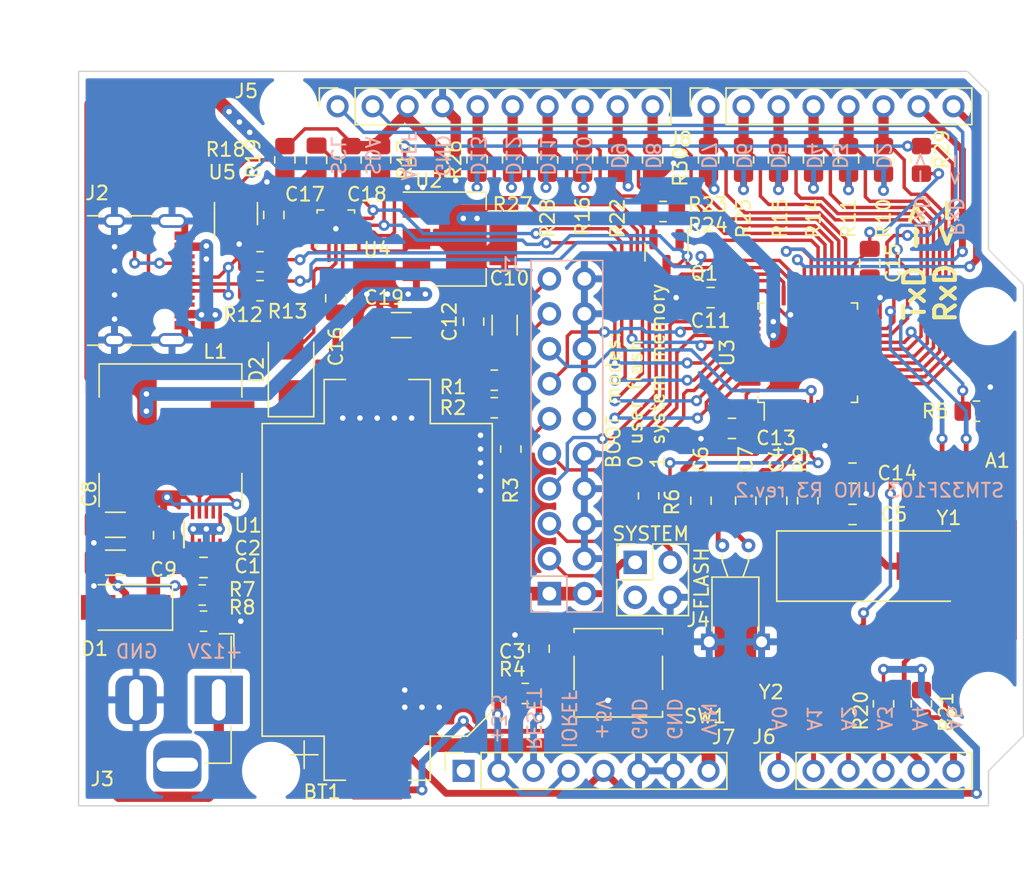
<source format=kicad_pcb>
(kicad_pcb (version 20211014) (generator pcbnew)
  (layers (0 "F.Cu" signal) (31 "B.Cu" signal) (34 "B.Paste" user) (35 "F.Paste" user) (36 "B.SilkS" user "B.Silkscreen") (37 "F.SilkS" user "F.Silkscreen") (38 "B.Mask" user) (39 "F.Mask" user) (44 "Edge.Cuts" user))
  (net 0 "")
  (net 2 "/NRTS")
  (net 3 "+5V")
  (net 4 "GND")
  (net 5 "VBUS")
  (net 6 "/ADC12_IN0")
  (net 7 "/ADC12_IN1")
  (net 8 "/ADC12_IN2")
  (net 9 "/ADC12_IN3")
  (net 10 "/I2C2_SDA")
  (net 11 "/I2C2_SCL")
  (net 12 "/USART1_RX")
  (net 13 "Net-(J4-Pad2)")
  (net 14 "/D2")
  (net 15 "/D3")
  (net 16 "/D4")
  (net 17 "/D5")
  (net 18 "/D6")
  (net 19 "/D7")
  (net 20 "/D8")
  (net 21 "/D9")
  (net 22 "/D10")
  (net 23 "/D11")
  (net 24 "/D12")
  (net 25 "/D13")
  (net 26 "Net-(BT1-Pad1)")
  (net 27 "/OSC_IN")
  (net 28 "Net-(C5-Pad2)")
  (net 29 "/OSC32_IN")
  (net 30 "/OSC32_OUT")
  (net 31 "/CC2")
  (net 32 "/CC1")
  (net 33 "+3.3V")
  (net 34 "/NJTRST")
  (net 35 "/JTDI")
  (net 36 "/JTMS {slash} SWDIO")
  (net 37 "/JTCK {slash} SWCLK")
  (net 38 "Net-(J1-Pad11)")
  (net 39 "/JTDO {slash} TRACESWO")
  (net 40 "Net-(J1-Pad17)")
  (net 41 "Net-(J1-Pad19)")
  (net 42 "/D+")
  (net 43 "/D-")
  (net 46 "Net-(L1-Pad2)")
  (net 47 "/BOOT0")
  (net 48 "/BOOT1")
  (net 49 "Net-(R7-Pad2)")
  (net 50 "/OSC_OUT")
  (net 51 "/USBDM")
  (net 52 "/USBDP")
  (net 53 "/I2C1_SCL")
  (net 54 "/I2C1_SDA")
  (net 55 "Net-(R19-Pad2)")
  (net 58 "/ÌNT_PHY")
  (net 59 "/USB_EN")
  (net 60 "/USART1_TX")
  (net 61 "+VIN")
  (net 62 "+12V")
  (net 64 "Net-(Q1-Pad2)")
  (footprint "Package_SON:WSON-10-1EP_2x3mm_P0.5mm_EP0.84x2.4mm_ThermalVias" (layer "F.Cu") (at 116.1 86.3 90)
    (fp_text reference "U1")
    (fp_text value "TPS62175DQC")
  )
  (footprint "Resistor_SMD:R_0805_2012Metric_Pad1.20x1.40mm_HandSolder" (layer "F.Cu") (at 160.17 59.5 -90)
    (fp_text reference "R14")
    (fp_text value "2.1K")
  )
  (footprint "Resistor_SMD:R_0805_2012Metric_Pad1.20x1.40mm_HandSolder" (layer "F.Cu") (at 126.6 59.5 90)
    (fp_text reference "R18")
    (fp_text value "2.1K")
  )
  (footprint "Connector_USB:USB_C_Receptacle_HRO_TYPE-C-31-M-12" (layer "F.Cu") (at 110.48 68.26 -90)
    (fp_text reference "J2")
    (fp_text value "USB_C_Receptacle")
  )
  (footprint "Capacitor_SMD:C_0805_2012Metric_Pad1.18x1.45mm_HandSolder" (layer "F.Cu") (at 155.25 84.25 90)
    (fp_text reference "C7")
    (fp_text value "10pF")
  )
  (footprint "Capacitor_SMD:C_0805_2012Metric_Pad1.18x1.45mm_HandSolder" (layer "F.Cu") (at 163 82.25 180)
    (fp_text reference "C14")
    (fp_text value "100 nF")
  )
  (footprint "Resistor_SMD:R_0805_2012Metric_Pad1.20x1.40mm_HandSolder" (layer "F.Cu") (at 165.25 59.5 -90)
    (fp_text reference "R10")
    (fp_text value "2.1K")
  )
  (footprint "Connector_PinHeader_2.54mm:PinHeader_2x02_P2.54mm_Vertical" (layer "F.Cu") (at 147.225 88.725)
    (fp_text reference "J4")
    (fp_text value "Conn_02x02_Odd_Even")
  )
  (footprint "Resistor_SMD:R_0805_2012Metric_Pad1.20x1.40mm_HandSolder" (layer "F.Cu") (at 139.25 98.25 180)
    (fp_text reference "R4")
    (fp_text value "2.1K")
  )
  (footprint "Connector_PinSocket_2.54mm:PinSocket_1x08_P2.54mm_Vertical" (layer "F.Cu") (at 152.55 55.61 90)
    (fp_text reference "J8")
    (fp_text value "Conn_01x08_Female")
  )
  (footprint "Resistor_SMD:R_0805_2012Metric_Pad1.20x1.40mm_HandSolder" (layer "F.Cu") (at 128.75 59.5 90)
    (fp_text reference "R17")
    (fp_text value "2.1K")
  )
  (footprint "Package_TO_SOT_SMD:SOT-23" (layer "F.Cu") (at 149.5 66.2 -90)
    (fp_text reference "Q1")
    (fp_text value "IRLML6401")
  )
  (footprint "Resistor_SMD:R_0805_2012Metric_Pad1.20x1.40mm_HandSolder" (layer "F.Cu") (at 137 77.5 180)
    (fp_text reference "R2")
    (fp_text value "10K")
  )
  (footprint "Resistor_SMD:R_0805_2012Metric_Pad1.20x1.40mm_HandSolder" (layer "F.Cu") (at 148.2 83.9 -90)
    (fp_text reference "R6")
    (fp_text value "10K")
  )
  (footprint "Capacitor_SMD:C_1206_3216Metric_Pad1.33x1.80mm_HandSolder" (layer "F.Cu") (at 109.5 88.75 180)
    (fp_text reference "C2")
    (fp_text value "22 uF")
  )
  (footprint "Connector_PinSocket_2.54mm:PinSocket_1x08_P2.54mm_Vertical" (layer "F.Cu") (at 134.77 103.87 90)
    (fp_text reference "J7")
    (fp_text value "Conn_01x08_Female")
  )
  (footprint "Capacitor_SMD:C_0805_2012Metric_Pad1.18x1.45mm_HandSolder" (layer "F.Cu") (at 152.7 69.5 180)
    (fp_text reference "C11")
    (fp_text value "100 nF")
  )
  (footprint "Capacitor_SMD:C_1206_3216Metric_Pad1.33x1.80mm_HandSolder" (layer "F.Cu") (at 137.75 71.5 -90)
    (fp_text reference "C10")
    (fp_text value "22 uF")
  )
  (footprint "Resistor_SMD:R_0805_2012Metric_Pad1.20x1.40mm_HandSolder" (layer "F.Cu") (at 145.95 59.5 90)
    (fp_text reference "R22")
    (fp_text value "2.1K")
  )
  (footprint "Capacitor_SMD:C_0805_2012Metric_Pad1.18x1.45mm_HandSolder" (layer "F.Cu") (at 164.25 67 -90)
    (fp_text reference "C15")
    (fp_text value "100 nF")
  )
  (footprint "Resistor_SMD:R_0805_2012Metric_Pad1.20x1.40mm_HandSolder" (layer "F.Cu") (at 120 69 180)
    (fp_text reference "R12")
    (fp_text value "22")
  )
  (footprint "Capacitor_SMD:C_0805_2012Metric_Pad1.18x1.45mm_HandSolder" (layer "F.Cu") (at 125.5 69.55 -90)
    (fp_text reference "C16")
    (fp_text value "100 nF")
  )
  (footprint "Resistor_SMD:R_0805_2012Metric_Pad1.20x1.40mm_HandSolder" (layer "F.Cu") (at 155.09 59.5 90)
    (fp_text reference "R25")
    (fp_text value "2.1K")
  )
  (footprint "Resistor_SMD:R_0805_2012Metric_Pad1.20x1.40mm_HandSolder" (layer "F.Cu") (at 143.41 59.5 90)
    (fp_text reference "R16")
    (fp_text value "2.1K")
  )
  (footprint "Capacitor_SMD:C_1206_3216Metric_Pad1.33x1.80mm_HandSolder" (layer "F.Cu") (at 109.5 86 180)
    (fp_text reference "C8")
    (fp_text value "22 uF")
  )
  (footprint "Capacitor_SMD:C_0805_2012Metric_Pad1.18x1.45mm_HandSolder" (layer "F.Cu") (at 152 84.25 90)
    (fp_text reference "C6")
    (fp_text value "10pF")
  )
  (footprint "Resistor_SMD:R_0805_2012Metric_Pad1.20x1.40mm_HandSolder" (layer "F.Cu") (at 137 75.5 180)
    (fp_text reference "R1")
    (fp_text value "10K")
  )
  (footprint "Package_TO_SOT_SMD:SOT-223-3_TabPin2" (layer "F.Cu") (at 134.5 65.25)
    (fp_text reference "U2")
    (fp_text value "LM1117-3.3")
  )
  (footprint "Resistor_SMD:R_0805_2012Metric_Pad1.20x1.40mm_HandSolder" (layer "F.Cu") (at 152.55 59.5 90)
    (fp_text reference "R24")
    (fp_text value "2.1K")
  )
  (footprint "Capacitor_SMD:C_0805_2012Metric_Pad1.18x1.45mm_HandSolder" (layer "F.Cu") (at 124.1 59.5 -90)
    (fp_text reference "C18")
    (fp_text value "330pF")
  )
  (footprint "Resistor_SMD:R_0805_2012Metric_Pad1.20x1.40mm_HandSolder" (layer "F.Cu") (at 120 66.9 180)
    (fp_text reference "R13")
    (fp_text value "22")
  )
  (footprint "Inductor_SMD:L_Vishay_IHLP-4040" (layer "F.Cu") (at 113.5 79.5)
    (fp_text reference "L1")
    (fp_text value "10uH")
  )
  (footprint "Package_DFN_QFN:WQFN-14-1EP_2.5x2.5mm_P0.5mm_EP1.45x1.45mm" (layer "F.Cu") (at 125.5 64.5 90)
    (fp_text reference "U4")
    (fp_text value "FUSB302BMPX")
  )
  (footprint "Crystal:Crystal_SMD_HC49-SD" (layer "F.Cu") (at 164.2 89)
    (fp_text reference "Y1")
    (fp_text value "HC-49S 8MHz")
  )
  (footprint "Resistor_SMD:R_0805_2012Metric_Pad1.20x1.40mm_HandSolder" (layer "F.Cu") (at 165.25 99 90)
    (fp_text reference "R20")
    (fp_text value "2.1K")
  )
  (footprint "Diode_SMD:D_SMA" (layer "F.Cu") (at 122.25 74.75 90)
    (fp_text reference "D2")
    (fp_text value "D_Schottky_Small_Filled")
  )
  (footprint "Resistor_SMD:R_0805_2012Metric_Pad1.20x1.40mm_HandSolder" (layer "F.Cu") (at 168 59.5 -90)
    (fp_text reference "R29")
    (fp_text value "2.1K")
  )
  (footprint "Package_QFP:LQFP-48_7x7mm_P0.5mm" (layer "F.Cu") (at 159.75 73.5 90)
    (fp_text reference "U3")
    (fp_text value "STM32F103CBTx")
  )
  (footprint "Connector_PinSocket_2.54mm:PinSocket_1x06_P2.54mm_Vertical" (layer "F.Cu") (at 157.63 103.87 90)
    (fp_text reference "J6")
    (fp_text value "Conn_01x06_Female")
  )
  (footprint "Resistor_SMD:R_0805_2012Metric_Pad1.20x1.40mm_HandSolder" (layer "F.Cu") (at 140.87 59.5 90)
    (fp_text reference "R28")
    (fp_text value "2.1K")
  )
  (footprint "Resistor_SMD:R_0805_2012Metric_Pad1.20x1.40mm_HandSolder" (layer "F.Cu") (at 172 77.75 180)
    (fp_text reference "R5")
    (fp_text value "10K")
  )
  (footprint "Crystal:Crystal_C38-LF_D3.0mm_L8.0mm_Horizontal_1EP_style2" (layer "F.Cu") (at 153.55 87.5)
    (fp_text reference "Y2")
    (fp_text value "32KHz")
  )
  (footprint "Capacitor_SMD:C_0805_2012Metric_Pad1.18x1.45mm_HandSolder" (layer "F.Cu") (at 115.9 89.1)
    (fp_text reference "C1")
    (fp_text value "100 nF")
  )
  (footprint "Connector_PinSocket_2.54mm:PinSocket_1x10_P2.54mm_Vertical" (layer "F.Cu") (at 125.63 55.61 90)
    (fp_text reference "J5")
    (fp_text value "Conn_01x10_Female")
  )
  (footprint "Capacitor_SMD:C_0805_2012Metric_Pad1.18x1.45mm_HandSolder" (layer "F.Cu") (at 157.5 84.25 90)
    (fp_text reference "C4")
    (fp_text value "20pF")
  )
  (footprint "Resistor_SMD:R_0805_2012Metric_Pad1.20x1.40mm_HandSolder" (layer "F.Cu") (at 115.8 91.1)
    (fp_text reference "R7")
    (fp_text value "270K")
  )
  (footprint "Capacitor_SMD:C_1206_3216Metric_Pad1.33x1.80mm_HandSolder" (layer "F.Cu") (at 130.25 71.5)
    (fp_text reference "C19")
    (fp_text value "22 uF")
  )
  (footprint "Diode_SMD:D_SMA" (layer "F.Cu") (at 110.25 92 180)
    (fp_text reference "D1")
    (fp_text value "D_Schottky_Small_Filled")
  )
  (footprint "Resistor_SMD:R_0805_2012Metric_Pad1.20x1.40mm_HandSolder" (layer "F.Cu") (at 138.2 80.5 -90)
    (fp_text reference "R3")
    (fp_text value "10K")
  )
  (footprint "Resistor_SMD:R_0805_2012Metric_Pad1.20x1.40mm_HandSolder" (layer "F.Cu") (at 157.63 59.5 90)
    (fp_text reference "R15")
    (fp_text value "2.1K")
  )
  (footprint "Battery:BatteryHolder_Keystone_1060_1x2032" (layer "F.Cu") (at 128.5 90 90)
    (fp_text reference "BT1")
    (fp_text value "Battery_Cell")
  )
  (footprint "Button_Switch_SMD:SW_Push_1P1T_NO_CK_KSC7xxJ" (layer "F.Cu") (at 146 96.75 180)
    (fp_text reference "SW1")
    (fp_text value "SW_Push")
  )
  (footprint "Capacitor_SMD:C_0805_2012Metric_Pad1.18x1.45mm_HandSolder" (layer "F.Cu") (at 121 63.5 -90)
    (fp_text reference "C17")
    (fp_text value "330pF")
  )
  (footprint "Resistor_SMD:R_0805_2012Metric_Pad1.20x1.40mm_HandSolder" (layer "F.Cu") (at 135.75 59.5 90)
    (fp_text reference "R26")
    (fp_text value "2.1K")
  )
  (footprint "Capacitor_SMD:C_0805_2012Metric_Pad1.18x1.45mm_HandSolder" (layer "F.Cu") (at 154.25 79 180)
    (fp_text reference "C13")
    (fp_text value "100 nF")
  )
  (footprint "Resistor_SMD:R_0805_2012Metric_Pad1.20x1.40mm_HandSolder" (layer "F.Cu") (at 115.9 93)
    (fp_text reference "R8")
    (fp_text value "51K")
  )
  (footprint "Connector_BarrelJack:BarrelJack_Horizontal" (layer "F.Cu") (at 117 98.715)
    (fp_text reference "J3")
    (fp_text value "Jack-DC")
  )
  (footprint "Resistor_SMD:R_0805_2012Metric_Pad1.20x1.40mm_HandSolder" (layer "F.Cu") (at 162.71 59.5 -90)
    (fp_text reference "R11")
    (fp_text value "2.1K")
  )
  (footprint "Resistor_SMD:R_0805_2012Metric_Pad1.20x1.40mm_HandSolder" (layer "F.Cu") (at 168 99 90)
    (fp_text reference "R21")
    (fp_text value "2.1K")
  )
  (footprint "Capacitor_SMD:C_0805_2012Metric_Pad1.18x1.45mm_HandSolder" (layer "F.Cu") (at 135.5 71.25 -90)
    (fp_text reference "C12")
    (fp_text value "100 nF")
  )
  (footprint "Resistor_SMD:R_0805_2012Metric_Pad1.20x1.40mm_HandSolder" (layer "F.Cu") (at 159.75 84.25 90)
    (fp_text reference "R9")
    (fp_text value "390")
  )
  (footprint "Capacitor_SMD:C_0805_2012Metric_Pad1.18x1.45mm_HandSolder" (layer "F.Cu") (at 163 85.25 180)
    (fp_text reference "C5")
    (fp_text value "20pF")
  )
  (footprint "Capacitor_SMD:C_0805_2012Metric_Pad1.18x1.45mm_HandSolder" (layer "F.Cu") (at 140.25 95 90)
    (fp_text reference "C3")
    (fp_text value "100 nF")
  )
  (footprint "Capacitor_SMD:C_0805_2012Metric_Pad1.18x1.45mm_HandSolder" (layer "F.Cu") (at 113 86.75 -90)
    (fp_text reference "C9")
    (fp_text value "100 nF")
  )
  (footprint "Package_TO_SOT_SMD:SOT-23-6" (layer "F.Cu") (at 118.25 63.4 90)
    (fp_text reference "U5")
    (fp_text value "SRV05-4")
  )
  (footprint "stm32-usbc-nixie:Arduino_UNO_R3_WithMountingHoles_inverted" (layer "F.Cu") (at 134.77 57.37)
    (fp_text reference "A1")
    (fp_text value "Arduino_UNO_R3")
    (fp_line (start 38.1 49.04) (end 38.1 46.5) (layer "Edge.Cuts") (width 0.1))
    (fp_line (start 38.1 46.5) (end 40.64 43.96) (layer "Edge.Cuts") (width 0.1))
    (fp_line (start 36.58 -4.3) (end -27.94 -4.3) (layer "Edge.Cuts") (width 0.1))
    (fp_line (start -27.94 -4.3) (end -27.94 49.04) (layer "Edge.Cuts") (width 0.1))
    (fp_line (start 40.64 11.19) (end 38.1 8.65) (layer "Edge.Cuts") (width 0.1))
    (fp_line (start 38.1 -2.78) (end 36.58 -4.3) (layer "Edge.Cuts") (width 0.1))
    (fp_line (start 40.64 43.96) (end 40.64 11.19) (layer "Edge.Cuts") (width 0.1))
    (fp_line (start 38.1 8.65) (end 38.1 -2.78) (layer "Edge.Cuts") (width 0.1))
    (fp_line (start -27.94 49.04) (end 38.1 49.04) (layer "Edge.Cuts") (width 0.1))
  )
  (footprint "Resistor_SMD:R_0805_2012Metric_Pad1.20x1.40mm_HandSolder" (layer "F.Cu") (at 121.8 59.5 -90)
    (fp_text reference "R19")
    (fp_text value "0")
  )
  (footprint "Resistor_SMD:R_0805_2012Metric_Pad1.20x1.40mm_HandSolder" (layer "F.Cu") (at 148.49 59.5 90)
    (fp_text reference "R23")
    (fp_text value "2.1K")
  )
  (footprint "Resistor_SMD:R_0805_2012Metric_Pad1.20x1.40mm_HandSolder" (layer "F.Cu") (at 138.33 59.5 90)
    (fp_text reference "R27")
    (fp_text value "2.1K")
  )
  (footprint "Resistor_SMD:R_0805_2012Metric_Pad1.20x1.40mm_HandSolder" (layer "F.Cu") (at 149.25 63.25)
    (fp_text reference "R30")
    (fp_text value "1.5K")
  )
  (footprint "Connector_PinHeader_2.54mm:PinHeader_2x10_P2.54mm_Vertical" (layer "B.Cu") (at 141 91)
    (fp_text reference "J1")
    (fp_text value "Conn_01x20_Male")
  )
  (gr_text "A0" (at 157.65 100.05 270) (layer "B.SilkS") (effects (font (size 1 1)) (justify mirror)))
  (gr_text "GND" (at 147.5 100.1 270) (layer "B.SilkS") (effects (font (size 1 1)) (justify mirror)))
  (gr_text "D3" (at 162.0624 59.2 270) (layer "B.SilkS") (effects (font (size 1 1)) (justify mirror)))
  (gr_text "GND" (at 111.05 95.2) (layer "B.SilkS") (effects (font (size 1 1)) (justify mirror)))
  (gr_text "D6" (at 155.1 59.2 270) (layer "B.SilkS") (effects (font (size 1 1)) (justify mirror)))
  (gr_text "D2" (at 165.25 59.2 270) (layer "B.SilkS") (effects (font (size 1 1)) (justify mirror)))
  (gr_text "+3.3" (at 137.3 100.1 270) (layer "B.SilkS") (effects (font (size 1 1)) (justify mirror)))
  (gr_text "AREF" (at 130.75 59.2 270) (layer "B.SilkS") (effects (font (size 1 1)) (justify mirror)))
  (gr_text "D12" (at 138.35 59.2 270) (layer "B.SilkS") (effects (font (size 1 1)) (justify mirror)))
  (gr_text "VIN" (at 152.55 100.1 270) (layer "B.SilkS") (effects (font (size 1 1)) (justify mirror)))
  (gr_text "A5" (at 170.35 100.05 270) (layer "B.SilkS") (effects (font (size 1 1)) (justify mirror)))
  (gr_text "D13" (at 135.8 59.2 270) (layer "B.SilkS") (effects (font (size 1 1)) (justify mirror)))
  (gr_text "+12V" (at 116.75 95.2) (layer "B.SilkS") (effects (font (size 1 1)) (justify mirror)))
  (gr_text "TxD ->" (at 168 61.75 270) (layer "B.SilkS") (effects (font (size 1 1)) (justify mirror)))
  (gr_text "SDA" (at 128.15 59.2 270) (layer "B.SilkS") (effects (font (size 1 1)) (justify mirror)))
  (gr_text "RxD <-" (at 170.5 62 270) (layer "B.SilkS") (effects (font (size 1 1)) (justify mirror)))
  (gr_text "D4" (at 160.2 59.2 270) (layer "B.SilkS") (effects (font (size 1 1)) (justify mirror)))
  (gr_text "D9" (at 146 59.2 270) (layer "B.SilkS") (effects (font (size 1 1)) (justify mirror)))
  (gr_text "SCL" (at 125.65 59.2 270) (layer "B.SilkS") (effects (font (size 1 1)) (justify mirror)))
  (gr_text "+5V" (at 144.9 100.1 270) (layer "B.SilkS") (effects (font (size 1 1)) (justify mirror)))
  (gr_text "RESET" (at 139.85 100.1 270) (layer "B.SilkS") (effects (font (size 1 1)) (justify mirror)))
  (gr_text "IOREF" (at 142.4 100.1 270) (layer "B.SilkS") (effects (font (size 1 1)) (justify mirror)))
  (gr_text "D7" (at 152.55 59.2 270) (layer "B.SilkS") (effects (font (size 1 1)) (justify mirror)))
  (gr_text "STM32F103 UNO R3 rev.2\n" (at 164.25 83.5) (layer "B.SilkS") (effects (font (size 1 1)) (justify mirror)))
  (gr_text "GND" (at 133.25 59.2 270) (layer "B.SilkS") (effects (font (size 1 1)) (justify mirror)))
  (gr_text "D10" (at 143.45 59.2 270) (layer "B.SilkS") (effects (font (size 1 1)) (justify mirror)))
  (gr_text "A4" (at 167.85 100.05 270) (layer "B.SilkS") (effects (font (size 1 1)) (justify mirror)))
  (gr_text "D8" (at 148.5 59.2 270) (layer "B.SilkS") (effects (font (size 1 1)) (justify mirror)))
  (gr_text "D5" (at 157.6 59.2 270) (layer "B.SilkS") (effects (font (size 1 1)) (justify mirror)))
  (gr_text "A2" (at 162.7 100.05 270) (layer "B.SilkS") (effects (font (size 1 1)) (justify mirror)))
  (gr_text "A1" (at 160.2 100.05 270) (layer "B.SilkS") (effects (font (size 1 1)) (justify mirror)))
  (gr_text "GND" (at 150.05 100.1 270) (layer "B.SilkS") (effects (font (size 1 1)) (justify mirror)))
  (gr_text "A3" (at 165.3 100.05 270) (layer "B.SilkS") (effects (font (size 1 1)) (justify mirror)))
  (gr_text "D11" (at 140.85 59.2 270) (layer "B.SilkS") (effects (font (size 1 1)) (justify mirror)))
  (gr_text "RxD <-" (at 169.75 66.75 90) (layer "F.SilkS") (effects (font (size 1.5 1.5) (thickness 0.3))))
  (gr_text "TxD ->" (at 167.5 66.75 90) (layer "F.SilkS") (effects (font (size 1.5 1.5) (thickness 0.3))))
  (gr_text "FLASH" (at 152.05 89.9 90) (layer "F.SilkS") (effects (font (size 1 1))))
  (gr_text "BOOT modes:\n0 user flash\n1 system memory" (at 147.25 82 90) (layer "F.SilkS") (effects (font (size 1 1)) (justify left)))
  (gr_text "SYSTEM" (at 148.35 86.65) (layer "F.SilkS") (effects (font (size 1 1))))
  (segment (start 160 78.1625) (end 160 81) (width 0.25) (layer "F.Cu") (net 2))
  (segment (start 149.75 86.5) (end 151.2 87.95) (width 0.25) (layer "F.Cu") (net 2))
  (segment (start 151.2 92.05) (end 149.5 93.75) (width 0.25) (layer "F.Cu") (net 2))
  (segment (start 141.8125 96.0375) (end 143.1 94.75) (width 0.5) (layer "F.Cu") (net 2))
  (segment (start 160 77.6625) (end 160 76.25) (width 0.25) (layer "F.Cu") (net 2))
  (segment (start 149.5 93.75) (end 148.5 94.75) (width 0.25) (layer "F.Cu") (net 2))
  (segment (start 142.35 94.75) (end 148.15 94.75) (width 0.5) (layer "F.Cu") (net 2))
  (segment (start 148.5 94.75) (end 148.15 94.75) (width 0.25) (layer "F.Cu") (net 2))
  (segment (start 160 81) (end 160.5 81.5) (width 0.25) (layer "F.Cu") (net 2))
  (segment (start 151.2 87.95) (end 151.2 92.05) (width 0.25) (layer "F.Cu") (net 2))
  (segment (start 140.25 98.25) (end 140.25 100) (width 0.5) (layer "F.Cu") (net 2))
  (segment (start 149.75 81.5) (end 149.75 86.5) (width 0.25) (layer "F.Cu") (net 2))
  (segment (start 140.25 96.0375) (end 141.8125 96.0375) (width 0.5) (layer "F.Cu") (net 2))
  (segment (start 140.25 98.25) (end 140.25 96.0375) (width 0.5) (layer "F.Cu") (net 2))
  (via (at 140.25 100) (size 0.8) (drill 0.4) (layers "F.Cu" "B.Cu") (net 2))
  (via (at 160 76.25) (size 0.8) (drill 0.4) (layers "F.Cu" "B.Cu") (net 2))
  (via (at 160.5 81.5) (size 0.8) (drill 0.4) (layers "F.Cu" "B.Cu") (net 2))
  (via (at 149.75 81.5) (size 0.8) (drill 0.4) (layers "F.Cu" "B.Cu") (net 2))
  (segment (start 160 76.25) (end 154.25 76.25) (width 0.25) (layer "B.Cu") (net 2))
  (segment (start 145.5 73.3) (end 144.3 74.5) (width 0.25) (layer "B.Cu") (net 2))
  (segment (start 144.3 74.5) (end 142.28 74.5) (width 0.25) (layer "B.Cu") (net 2))
  (segment (start 154.25 76.25) (end 151.3 73.3) (width 0.25) (layer "B.Cu") (net 2))
  (segment (start 151.3 73.3) (end 145.5 73.3) (width 0.25) (layer "B.Cu") (net 2))
  (segment (start 139.85 100.4) (end 140.25 100) (width 0.5) (layer "B.Cu") (net 2))
  (segment (start 160.5 81.5) (end 149.75 81.5) (width 0.25) (layer "B.Cu") (net 2))
  (segment (start 142.28 74.5) (end 141 73.22) (width 0.25) (layer "B.Cu") (net 2))
  (segment (start 139.85 103.87) (end 139.85 100.4) (width 0.5) (layer "B.Cu") (net 2))
  (segment (start 146.56 105.5) (end 144.93 103.87) (width 0.5) (layer "F.Cu") (net 3))
  (segment (start 155.09 60.5) (end 155.09 61.66) (width 0.5) (layer "F.Cu") (net 3))
  (segment (start 121 96) (end 111.25 96) (width 0.5) (layer "F.Cu") (net 3))
  (segment (start 107.75 55.5) (end 108.75 54.5) (width 1) (layer "F.Cu") (net 3))
  (segment (start 117.75 83.95) (end 118.3 84.5) (width 0.25) (layer "F.Cu") (net 3))
  (segment (start 108.7425 79.5) (end 108.7425 76.2425) (width 1) (layer "F.Cu") (net 3))
  (segment (start 130.75 102.75) (end 127.75 102.75) (width 0.5) (layer "F.Cu") (net 3))
  (segment (start 107.75 75.25) (end 107.75 59.5) (width 1) (layer "F.Cu") (net 3))
  (segment (start 149.2532 60.5) (end 150.0124 59.7408) (width 0.5) (layer "F.Cu") (net 3))
  (segment (start 110.25 95) (end 110.25 91.25) (width 0.5) (layer "F.Cu") (net 3))
  (segment (start 165.3032 60.5028) (end 165.3032 61.7283) (width 0.35) (layer "F.Cu") (net 3))
  (segment (start 172 105.5) (end 146.56 105.5) (width 0.5) (layer "F.Cu") (net 3))
  (segment (start 116.25 54.5) (end 117.75 56) (width 1) (layer "F.Cu") (net 3))
  (segment (start 152.55 61.2116) (end 152.9588 61.6204) (width 0.5) (layer "F.Cu") (net 3))
  (segment (start 168 98) (end 168 96.5) (width 0.25) (layer "F.Cu") (net 3))
  (segment (start 113.1625 85.55) (end 113 85.7125) (width 0.25) (layer "F.Cu") (net 3))
  (segment (start 109.25 87.25) (end 109.25 86) (width 0.75) (layer "F.Cu") (net 3))
  (segment (start 121.5 96.5) (end 121 96) (width 0.5) (layer "F.Cu") (net 3))
  (segment (start 146.5 60.25) (end 146.5 61.5) (width 0.35) (layer "F.Cu") (net 3))
  (segment (start 114.8 91.1) (end 114.18 90.48) (width 0.25) (layer "F.Cu") (net 3))
  (segment (start 140.75 60.25) (end 140.75 61.5) (width 0.35) (layer "F.Cu") (net 3))
  (segment (start 113 85.7125) (end 111.1 85.7125) (width 1) (layer "F.Cu") (net 3))
  (segment (start 117.75 56) (end 118.5 56.75) (width 1) (layer "F.Cu") (net 3))
  (segment (start 133.5 105.5) (end 130.75 102.75) (width 0.5) (layer "F.Cu") (net 3))
  (segment (start 157.6324 60.5324) (end 157.6324 61.6924) (width 0.5) (layer "F.Cu") (net 3))
  (segment (start 113.25 84) (end 114.6 84) (width 0.25) (layer "F.Cu") (net 3))
  (segment (start 118.25 61.55) (end 119.4 60.4) (width 0.25) (layer "F.Cu") (net 3))
  (segment (start 127.75 102.75) (end 121.5 96.5) (width 0.5) (layer "F.Cu") (net 3))
  (segment (start 143.3 105.5) (end 133.5 105.5) (width 0.5) (layer "F.Cu") (net 3))
  (segment (start 110.25 91.25) (end 110.25 91) (width 0.5) (layer "F.Cu") (net 3))
  (segment (start 107.75 59.5) (end 107.75 55.5) (width 1) (layer "F.Cu") (net 3))
  (segment (start 116.1 84.275) (end 116.425 83.95) (width 0.25) (layer "F.Cu") (net 3))
  (segment (start 165.25 98) (end 165.25 96.5) (width 0.25) (layer "F.Cu") (net 3))
  (segment (start 108.75 54.5) (end 116.25 54.5) (width 1) (layer "F.Cu") (net 3))
  (segment (start 111.25 84) (end 111.0625 84.1875) (width 0.25) (layer "F.Cu") (net 3))
  (segment (start 116.425 83.95) (end 117.75 83.95) (width 0.25) (layer "F.Cu") (net 3))
  (segment (start 160.17 60.5) (end 160.17 61.563999) (width 0.5) (layer "F.Cu") (net 3))
  (segment (start 144.93 103.87) (end 143.3 105.5) (width 0.5) (layer "F.Cu") (net 3))
  (segment (start 143.5 60.25) (end 143.5 61.5) (width 0.35) (layer "F.Cu") (net 3))
  (segment (start 118.5 56.75) (end 119.25 57.5) (width 1) (layer "F.Cu") (net 3))
  (segment (start 111.0625 84.1875) (end 111.0625 86) (width 0.25) (layer "F.Cu") (net 3))
  (segment (start 113.25 84) (end 111.25 84) (width 0.25) (layer "F.Cu") (net 3))
  (segment (start 109.25 90) (end 109.5 90.25) (width 0.25) (layer "F.Cu") (net 3))
  (segment (start 111.25 96) (end 110.25 95) (width 0.5) (layer "F.Cu") (net 3))
  (segment (start 108.7425 76.2425) (end 107.75 75.25) (width 1) (layer "F.Cu") (net 3))
  (segment (start 114.6 84) (end 115.1 84.5) (width 0.25) (layer "F.Cu") (net 3))
  (segment (start 138.25 60.25) (end 138.25 61.5) (width 0.35) (layer "F.Cu") (net 3))
  (segment (start 110.25 91) (end 109.625 90.375) (width 0.5) (layer "F.Cu") (net 3))
  (segment (start 135.75 60.25) (end 135.75 61.5) (width 0.35) (layer "F.Cu") (net 3))
  (segment (start 152.55 60.5) (end 152.55 61.2116) (width 0.5) (layer "F.Cu") (net 3))
  (segment (start 109.25 90) (end 109.25 87.25) (width 0.5) (layer "F.Cu") (net 3))
  (segment (start 162.71 60.5382) (end 162.71 61.7882) (width 0.5) (layer "F.Cu") (net 3))
  (segment (start 114.18 90.48) (end 114.12 90.42) (width 0.25) (layer "F.Cu") (net 3))
  (segment (start 115.1 84.5) (end 115.1 85.1) (width 0.25) (layer "F.Cu") (net 3))
  (segment (start 109.25 86) (end 110.8125 86) (width 0.25) (layer "F.Cu") (net 3))
  (segment (start 116.1 85.05) (end 116.1 84.275) (width 0.25) (layer "F.Cu") (net 3))
  (segment (start 148.49 60.5) (end 149.2532 60.5) (width 0.5) (layer "F.Cu") (net 3))
  (segment (start 118.25 62.2625) (end 118.25 61.55) (width 0.25) (layer "F.Cu") (net 3))
  (segment (start 111.1 85.7125) (end 110.8125 86) (width 1) (layer "F.Cu") (net 3))
  (segment (start 114.12 90.42) (end 113.83 90.42) (width 0.25) (layer "F.Cu") (net 3))
  (segment (start 109.625 90.375) (end 109.25 90) (width 0.5) (layer "F.Cu") (net 3))
  (via (at 111.75 76.5) (size 0.8) (drill 0.4) (layers "F.Cu" "B.Cu") (net 3))
  (via (at 150.0124 59.7408) (size 0.8) (drill 0.4) (layers "F.Cu" "B.Cu") (net 3))
  (via (at 130.75 69.25) (size 0.8) (drill 0.4) (layers "F.Cu" "B.Cu") (net 3))
  (via (at 165.25 61.722) (size 0.8) (drill 0.4) (layers "F.Cu" "B.Cu") (net 3))
  (via (at 140.75 61.5) (size 0.8) (drill 0.4) (layers "F.Cu" "B.Cu") (net 3))
  (via (at 132 69.25) (size 0.8) (drill 0.4) (layers "F.Cu" "B.Cu") (net 3))
  (via (at 113.83 90.42) (size 0.8) (drill 0.4) (layers "F.Cu" "B.Cu") (net 3))
  (via (at 118.5 56.75) (size 0.8) (drill 0.4) (layers "F.Cu" "B.Cu") (net 3))
  (via (at 119.25 57.5) (size 0.8) (drill 0.4) (layers "F.Cu" "B.Cu") (net 3))
  (via (at 135.75 61.5) (size 0.8) (drill 0.4) (layers "F.Cu" "B.Cu") (net 3))
  (via (at 119.4 60.4) (size 0.8) (drill 0.4) (layers "F.Cu" "B.Cu") (net 3))
  (via (at 129.25 69.25) (size 0.8) (drill 0.4) (layers "F.Cu" "B.Cu") (net 3))
  (via (at 138.25 61.5) (size 0.8) (drill 0.4) (layers "F.Cu" "B.Cu") (net 3))
  (via (at 143.5 61.5) (size 0.8) (drill 0.4) (layers "F.Cu" "B.Cu") (net 3))
  (via (at 165.25 96.5) (size 0.8) (drill 0.4) (layers "F.Cu" "B.Cu") (net 3))
  (via (at 109.69 90.42) (size 0.8) (drill 0.4) (layers "F.Cu" "B.Cu") (net 3))
  (via (at 157.63 61.66) (size 0.8) (drill 0.4) (layers "F.Cu" "B.Cu") (net 3))
  (via (at 152.9588 61.6204) (size 0.8) (drill 0.4) (layers "F.Cu" "B.Cu") (net 3))
  (via (at 117.75 56) (size 0.8) (drill 0.4) (layers "F.Cu" "B.Cu") (net 3))
  (via (at 127.75 69.25) (size 0.8) (drill 0.4) (layers "F.Cu" "B.Cu") (net 3))
  (via (at 172 105.5) (size 0.8) (drill 0.4) (layers "F.Cu" "B.Cu") (net 3))
  (via (at 111.75 77.75) (size 0.8) (drill 0.4) (layers "F.Cu" "B.Cu") (net 3))
  (via (at 155.09 61.66) (size 0.8) (drill 0.4) (layers "F.Cu" "B.Cu") (net 3))
  (via (at 160.17 61.563999) (size 0.8) (drill 0.4) (layers "F.Cu" "B.Cu") (net 3))
  (via (at 113.25 84) (size 0.8) (drill 0.4) (layers "F.Cu" "B.Cu") (net 3))
  (via (at 162.71 61.6712) (size 0.8) (drill 0.4) (layers "F.Cu" "B.Cu") (net 3))
  (via (at 146.718503 61.4039) (size 0.8) (drill 0.4) (layers "F.Cu" "B.Cu") (net 3))
  (via (at 168 96.5) (size 0.8) (drill 0.4) (layers "F.Cu" "B.Cu") (net 3))
  (via (at 118.3 84.5) (size 0.8) (drill 0.4) (layers "F.Cu" "B.Cu") (net 3))
  (segment (start 129.25 69.25) (end 130.75 69.25) (width 1) (layer "B.Cu") (net 3))
  (segment (start 135.75 61.5) (end 135.75 60.25) (width 0.35) (layer "B.Cu") (net 3))
  (segment (start 172 105.5) (end 172 102.25) (width 0.5) (layer "B.Cu") (net 3))
  (segment (start 140.5 59.75) (end 143.5 59.75) (width 1) (layer "B.Cu") (net 3))
  (segment (start 138.5 59.75) (end 140.5 59.75) (width 1) (layer "B.Cu") (net 3))
  (segment (start 111.75 77.75) (end 111.75 76.5) (width 1) (layer "B.Cu") (net 3))
  (segment (start 172 102.25) (end 168 98.25) (width 0.5) (layer "B.Cu") (net 3))
  (segment (start 120.725 59.075) (end 120.825 59.075) (width 0.25) (layer "B.Cu") (net 3))
  (segment (start 117.75 56) (end 120.825 59.075) (width 1) (layer "B.Cu") (net 3))
  (segment (start 113.25 84) (end 113.75 84.5) (width 0.25) (layer "B.Cu") (net 3))
  (segment (start 113.75 84.5) (end 118.3 84.5) (width 0.25) (layer "B.Cu") (net 3))
  (segment (start 120.5 76.5) (end 127.75 69.25) (width 1) (layer "B.Cu") (net 3))
  (segment (start 138.25 61.5) (end 138.25 60) (width 0.35) (layer "B.Cu") (net 3))
  (segment (start 160.25 60) (end 160.5 59.75) (width 0.35) (layer "B.Cu") (net 3))
  (segment (start 146.75 61.372403) (end 146.718503 61.4039) (width 0.5) (layer "B.Cu") (net 3))
  (segment (start 127.75 69.25) (end 129.25 69.25) (width 1) (layer "B.Cu") (net 3))
  (segment (start 157.6324 61.6712) (end 157.6324 60.1712) (width 0.35) (layer "B.Cu") (net 3))
  (segment (start 138.25 60) (end 138.5 59.75) (width 0.35) (layer "B.Cu") (net 3))
  (segment (start 168 98.25) (end 168 96.5) (width 0.5) (layer "B.Cu") (net 3))
  (segment (start 155.25 60) (end 155 59.75) (width 0.35) (layer "B.Cu") (net 3))
  (segment (start 163 59.75) (end 165.25 59.75) (width 1) (layer "B.Cu") (net 3))
  (segment (start 120.825 59.075) (end 121.5 59.75) (width 1) (layer "B.Cu") (net 3))
  (segment (start 148.5 59.75) (end 152.75 59.75) (width 1) (layer "B.Cu") (net 3))
  (segment (start 146.75 59.75) (end 146.75 61.372403) (width 0.5) (layer "B.Cu") (net 3))
  (segment (start 140.75 60) (end 140.5 59.75) (width 0.35) (layer "B.Cu") (net 3))
  (segment (start 119.4 60.4) (end 120.725 59.075) (width 0.25) (layer "B.Cu") (net 3))
  (segment (start 152.75 59.75) (end 155 59.75) (width 1) (layer "B.Cu") (net 3))
  (segment (start 162.75 60) (end 163 59.75) (width 0.35) (layer "B.Cu") (net 3))
  (segment (start 160.1724 61.6712) (end 160.1724 60.1712) (width 0.35) (layer "B.Cu") (net 3))
  (segment (start 140.75 61.5) (end 140.75 60) (width 0.35) (layer "B.Cu") (net 3))
  (segment (start 155.0924 61.6712) (end 155.0924 60.1712) (width 0.35) (layer "B.Cu") (net 3))
  (segment (start 165.2524 61.722) (end 165.2524 59.972) (width 0.35) (layer "B.Cu") (net 3))
  (segment (start 136.25 59.75) (end 138.5 59.75) (width 1) (layer "B.Cu") (net 3))
  (segment (start 160.5 59.75) (end 163 59.75) (width 1) (layer "B.Cu") (net 3))
  (segment (start 135.75 60.25) (end 136.25 59.75) (width 0.35) (layer "B.Cu") (net 3))
  (segment (start 143.5 59.75) (end 146.75 59.75) (width 1) (layer "B.Cu") (net 3))
  (segment (start 146.75 59.75) (end 148.5 59.75) (width 1) (layer "B.Cu") (net 3))
  (segment (start 111.75 76.5) (end 120.5 76.5) (width 1) (layer "B.Cu") (net 3))
  (segment (start 113.83 90.42) (end 109.69 90.42) (width 0.25) (layer "B.Cu") (net 3))
  (segment (start 143.5 61.5) (end 143.5 59.75) (width 0.35) (layer "B.Cu") (net 3))
  (segment (start 121.5 59.75) (end 136.25 59.75) (width 1) (layer "B.Cu") (net 3))
  (segment (start 130.75 69.25) (end 132 69.25) (width 1) (layer "B.Cu") (net 3))
  (segment (start 165.25 96.5) (end 168 96.5) (width 0.5) (layer "B.Cu") (net 3))
  (segment (start 162.7124 61.6712) (end 162.7124 60.1712) (width 0.35) (layer "B.Cu") (net 3))
  (segment (start 152.9588 61.6204) (end 152.9588 60.1204) (width 0.35) (layer "B.Cu") (net 3))
  (segment (start 155 59.75) (end 157.75 59.75) (width 1) (layer "B.Cu") (net 3))
  (segment (start 157.75 59.75) (end 160.5 59.75) (width 1) (layer "B.Cu") (net 3))
  (segment (start 107.9375 86) (end 107.9375 87.3125) (width 0.5) (layer "F.Cu") (net 4))
  (segment (start 158.109315 70.75) (end 158.5 70.75) (width 0.25) (layer "F.Cu") (net 4))
  (segment (start 165 69.75) (end 165.25 69.5) (width 0.25) (layer "F.Cu") (net 4))
  (segment (start 125.5 73.5) (end 125.5 70.5875) (width 0.5) (layer "F.Cu") (net 4))
  (segment (start 116.6 86.75) (end 117.05 86.3) (width 0.25) (layer "F.Cu") (net 4))
  (segment (start 115.1 86.35) (end 115.15 86.3) (width 0.25) (layer "F.Cu") (net 4))
  (segment (start 109.44 65.81) (end 109.44 63.95) (width 0.5) (layer "F.Cu") (net 4))
  (segment (start 156.8 85.9875) (end 157.5 85.2875) (width 0.35) (layer "F.Cu") (net 4))
  (segment (start 152.75 79) (end 152 79.75) (width 0.35) (layer "F.Cu") (net 4))
  (segment (start 164.0375 85.25) (end 164.0375 83.7875) (width 0.5) (layer "F.Cu") (net 4))
  (segment (start 157.5 69.3375) (end 157.5 70.140685) (width 0.25) (layer "F.Cu") (net 4))
  (segment (start 160.5 79.75) (end 161 80.25) (width 0.25) (layer "F.Cu") (net 4))
  (segment (start 136.275 73.0625) (end 135.5 72.2875) (width 0.5) (layer "F.Cu") (net 4))
  (segment (start 125.5 73.5) (end 127.35 75.35) (width 0.5) (layer "F.Cu") (net 4))
  (segment (start 153.2125 77.321815) (end 153.2125 79) (width 0.25) (layer "F.Cu") (net 4))
  (segment (start 114.535 71.51) (end 114.535 72.415) (width 0.5) (layer "F.Cu") (net 4))
  (segment (start 164.0375 85.25) (end 161.9625 83.175) (width 0.5) (layer "F.Cu") (net 4))
  (segment (start 109.44 67.56) (end 109.44 69.31) (width 0.5) (layer "F.Cu") (net 4))
  (segment (start 125.5 63.2375) (end 125.5 64.5) (width 0.25) (layer "F.Cu") (net 4))
  (segment (start 164.0375 83.7875) (end 164 83.75) (width 0.5) (layer "F.Cu") (net 4))
  (segment (start 121 61.8) (end 121 61.6) (width 0.25) (layer "F.Cu") (net 4))
  (segment (start 115.1 87.5) (end 113.2875 87.5) (width 0.25) (layer "F.Cu") (net 4))
  (segment (start 114.535 65.01) (end 114.535 64.105) (width 0.5) (layer "F.Cu") (net 4))
  (segment (start 156.0625 86.1) (end 155.25 85.2875) (width 0.35) (layer "F.Cu") (net 4))
  (segment (start 115.1 87.5) (end 115.1 86.35) (width 0.25) (layer "F.Cu") (net 4))
  (segment (start 130.7 61.5) (end 130.7 62.3) (width 0.8) (layer "F.Cu") (net 4))
  (segment (start 156.8 86.1) (end 156.0625 86.1) (width 0.35) (layer "F.Cu") (net 4))
  (segment (start 126 62.3) (end 125.5 61.8) (width 0.25) (layer "F.Cu") (net 4))
  (segment (start 116.75 88.7125) (end 117.0375 89) (width 0.25) (layer "F.Cu") (net 4))
  (segment (start 126 62.825) (end 126 62.3) (width 0.25) (layer "F.Cu") (net 4))
  (segment (start 143.54 73.22) (end 143.54 75.76) (width 0.5) (layer "F.Cu") (net 4))
  (segment (start 152.225 89.225) (end 154 91) (width 0.25) (layer "F.Cu") (net 4))
  (segment (start 153.2125 79) (end 152.75 79) (width 0.35) (layer "F.Cu") (net 4))
  (segment (start 137.75 73.0625) (end 136.275 73.0625) (width 0.5) (layer "F.Cu") (net 4))
  (segment (start 116.9 93) (end 118.6 93) (width 0.25) (layer "F.Cu") (net 4))
  (segment (start 113 87.7875) (end 113.4625 87.7875) (width 0.35) (layer "F.Cu") (net 4))
  (segment (start 173 77.75) (end 173 76) (width 0.25) (layer "F.Cu") (net 4))
  (segment (start 109.44 69.31) (end 109.44 71.06) (width 0.5) (layer "F.Cu") (net 4))
  (segment (start 107.9375 87.3125) (end 107.9375 88.75) (width 0.5) (layer "F.Cu") (net 4))
  (segment (start 107.9375 88.75) (end 107.9375 90.4375) (width 0.5) (layer "F.Cu") (net 4))
  (segment (start 116.6 88.7625) (end 116.6 87.5) (width 0.25) (layer "F.Cu") (net 4))
  (segment (start 125.5 61.8) (end 125.5 59.6625) (width 0.25) (layer "F.Cu") (net 4))
  (segment (start 109.44 65.81) (end 109.44 67.56) (width 0.5) (layer "F.Cu") (net 4))
  (segment (start 113.2875 87.5) (end 113 87.7875) (width 0.25) (layer "F.Cu") (net 4))
  (segment (start 130.7 61.5) (end 131.8 61.5) (width 0.8) (layer "F.Cu") (net 4))
  (segment (start 154.784315 75.75) (end 153.2125 77.321815) (width 0.25) (layer "F.Cu") (net 4))
  (segment (start 126 62.825) (end 126 64) (width 0.25) (layer "F.Cu") (net 4))
  (segment (start 152 85.2875) (end 152.225 85.5125) (width 0.25) (layer "F.Cu") (net 4))
  (segment (start 125.5 59.6625) (end 124.1 58.2625) (width 0.25) (layer "F.Cu") (net 4))
  (segment (start 131.8 62.5) (end 131.35 62.95) (width 0.8) (layer "F.Cu") (net 4))
  (segment (start 161.9625 83.175) (end 161.9625 82.25) (width 0.5) (layer "F.Cu") (net 4))
  (segment (start 157.5 68.534315) (end 157.240685 68.275) (width 0.25) (layer "F.Cu") (net 4))
  (segment (start 161 80.25) (end 161.9625 81.2125) (width 0.25) (layer "F.Cu") (net 4))
  (segment (start 118.25 64.5375) (end 118.25 65.5) (width 0.25) (layer "F.Cu") (net 4))
  (segment (start 127.35 75.35) (end 128.75 75.35) (width 0.5) (layer "F.Cu") (net 4))
  (segment (start 165 71) (end 165 69.75) (width 0.25) (layer "F.Cu") (net 4))
  (segment (start 160.5 77.6625) (end 160.5 79.75) (width 0.25) (layer "F.Cu") (net 4))
  (segment (start 155.9 93.1) (end 156.8 92.2) (width 0.35) (layer "F.Cu") (net 4))
  (segment (start 165 69.5) (end 165 68.7875) (width 0.25) (layer "F.Cu") (net 4))
  (segment (start 116.9375 89.1) (end 116.6 88.7625) (width 0.25) (layer "F.Cu") (net 4))
  (segment (start 157.240685 68.275) (end 152.8875 68.275) (width 0.25) (layer "F.Cu") (net 4))
  (segment (start 117.1 85.05) (end 117.1 86.25) (width 0.25) (layer "F.Cu") (net 4))
  (segment (start 154 90.75) (end 154 94.5) (width 0.25) (layer "F.Cu") (net 4))
  (segment (start 157.5 69.3375) (end 157.5 68.534315) (width 0.25) (layer "F.Cu") (net 4))
  (segment (start 131.8 61.5) (end 131.8 62.5) (width 0.8) (layer "F.Cu") (net 4))
  (segment (start 164.75 71.25) (end 165 71) (width 0.25) (layer "F.Cu") (net 4))
  (segment (start 165 68.7875) (end 164.25 68.0375) (width 0.25) (layer "F.Cu") (net 4))
  (segment (start 142.35 98.75) (end 145.25 98.75) (width 0.35) (layer "F.Cu") (net 4))
  (segment (start 130.7 62.3) (end 131.35 62.95) (width 0.8) (layer "F.Cu") (net 4))
  (segment (start 109.44 71.06) (end 109.44 72.57) (width 0.5) (layer "F.Cu") (net 4))
  (segment (start 138.5375 93.9625) (end 138.5 94) (width 0.5) (layer "F.Cu") (net 4))
  (segment (start 121 61.6) (end 120.5 61.1) (width 0.25) (layer "F.Cu") (net 4))
  (segment (start 140.25 93.9625) (end 138.5375 93.9625) (width 0.5) (layer "F.Cu") (net 4))
  (segment (start 156.8 92.2) (end 156.8 86.1) (width 0.35) (layer "F.Cu") (net 4))
  (segment (start 155.5875 75.75) (end 154.784315 75.75) (width 0.25) (layer "F.Cu") (net 4))
  (segment (start 152.8875 68.275) (end 151.6625 69.5) (width 0.25) (layer "F.Cu") (net 4))
  (segment (start 109.45 72.58) (end 113.63 72.58) (width 0.5) (layer "F.Cu") (net 4))
  (segment (start 134.2 56.56) (end 134.2 61) (width 0.75) (layer "F.Cu") (net 4))
  (segment (start 161.9625 81.2125) (end 161.9625 82.25) (width 0.25) (layer "F.Cu") (net 4))
  (segment (start 109.44 72.57) (end 109.45 72.58) (width 0.5) (layer "F.Cu") (net 4))
  (segment (start 151.63125 69.5) (end 150.16875 69.5) (width 0.25) (layer "F.Cu") (net 4))
  (segment (start 154 91) (end 154 94.5) (width 0.25) (layer "F.Cu") (net 4))
  (segment (start 134.2 56.56) (end 133.25 55.61) (width 0.75) (layer "F.Cu") (net 4))
  (segment (start 125.5 62.825) (end 125.5 61.8) (width 0.25) (layer "F.Cu") (net 4))
  (segment (start 163.9125 71.25) (end 164.75 71.25) (width 0.25) (layer "F.Cu") (net 4))
  (segment (start 155.9 94.5) (end 155.9 93.1) (width 0.35) (layer "F.Cu") (net 4))
  (segment (start 117.1 86.25) (end 117.05 86.3) (width 0.25) (layer "F.Cu") (net 4))
  (segment (start 116.6 87.5) (end 116.6 86.75) (width 0.25) (layer "F.Cu") (net 4))
  (segment (start 156.8 86.1) (end 156.8 85.9875) (width 0.35) (layer "F.Cu") (net 4))
  (segment (start 157.5 70.140685) (end 158.109315 70.75) (width 0.25) (layer "F.Cu") (net 4))
  (segment (start 145.25 98.75) (end 148.15 98.75) (width 0.35) (layer "F.Cu") (net 4))
  (segment (start 121 62.4625) (end 121 61.8) (width 0.25) (layer "F.Cu") (net 4))
  (segment (start 152.225 85.5125) (end 152.225 89.225) (width 0.25) (layer "F.Cu") (net 4))
  (via (at 173 76) (size 0.8) (drill 0.4) (layers "F.Cu" "B.Cu") (net 4))
  (via (at 131.75 99.25) (size 0.8) (drill 0.4) (layers "F.Cu" "B.Cu") (net 4))
  (via (at 133 99.25) (size 0.8) (drill 0.4) (layers "F.Cu" "B.Cu") (net 4))
  (via (at 152 79.75) (size 0.8) (drill 0.4) (layers "F.Cu" "B.Cu") (net 4))
  (via (at 107.9375 87.3125) (size 0.8) (drill 0.4) (layers "F.Cu" "B.Cu") (net 4))
  (via (at 158.5 70.75) (size 0.8) (drill 0.4) (layers "F.Cu" "B.Cu") (net 4))
  (via (at 129.75 78.25) (size 0.8) (drill 0.4) (layers "F.Cu" "B.Cu") (net 4))
  (via (at 131.8 61.5) (size 0.8) (drill 0.4) (layers "F.Cu" "B.Cu") (net 4))
  (via (at 109.44 69.31) (size 0.8) (drill 0.4) (layers "F.Cu" "B.Cu") (net 4))
  (via (at 145.25 98.75) (size 0.8) (drill 0.4) (layers "F.Cu" "B.Cu") (net 4))
  (via (at 150.2 69.5) (size 0.8) (drill 0.4) (layers "F.Cu" "B.Cu") (net 4))
  (via (at 120.5 61.1) (size 0.8) (drill 0.4) (layers "F.Cu" "B.Cu") (net 4))
  (via (at 118.483399 65.616996) (size 0.8) (drill 0.4) (layers "F.Cu" "B.Cu") (net 4))
  (via (at 161 80.25) (size 0.8) (drill 0.4) (layers "F.Cu" "B.Cu") (net 4))
  (via (at 109.44 65.81) (size 0.8) (drill 0.4) (layers "F.Cu" "B.Cu") (net 4))
  (via (at 136 79.5) (size 0.8) (drill 0.4) (layers "F.Cu" "B.Cu") (net 4))
  (via (at 109.44 71.06) (size 0.8) (drill 0.4) (layers "F.Cu" "B.Cu") (net 4))
  (via (at 138.5 94) (size 0.8) (drill 0.4) (layers "F.Cu" "B.Cu") (net 4))
  (via (at 128.5 78.25) (size 0.8) (drill 0.4) (layers "F.Cu" "B.Cu") (net 4))
  (via (at 136 80.5) (size 0.8) (drill 0.4) (layers "F.Cu" "B.Cu") (net 4))
  (via (at 107.9375 90.4375) (size 0.8) (drill 0.4) (layers "F.Cu" "B.Cu") (net 4))
  (via (at 109.44 67.56) (size 0.8) (drill 0.4) (layers "F.Cu" "B.Cu") (net 4))
  (via (at 136 81.5) (size 0.8) (drill 0.4) (layers "F.Cu" "B.Cu") (net 4))
  (via (at 136 83.5) (size 0.8) (drill 0.4) (layers "F.Cu" "B.Cu") (net 4))
  (via (at 126 78.25) (size 0.8) (drill 0.4) (layers "F.Cu" "B.Cu") (net 4))
  (via (at 130.5 99.25) (size 0.8) (drill 0.4) (layers "F.Cu" "B.Cu") (net 4))
  (via (at 130.5 98) (size 0.8) (drill 0.4) (layers "F.Cu" "B.Cu") (net 4))
  (via (at 164 83.75) (size 0.8) (drill 0.4) (layers "F.Cu" "B.Cu") (net 4))
  (via (at 125.5 64.5) (size 0.8) (drill 0.4) (layers "F.Cu" "B.Cu") (net 4))
  (via (at 130.7 61.5) (size 0.8) (drill 0.4) (layers "F.Cu" "B.Cu") (net 4))
  (via (at 131 78.25) (size 0.8) (drill 0.4) (layers "F.Cu" "B.Cu") (net 4))
  (via (at 134.2 61) (size 0.8) (drill 0.4) (layers "F.Cu" "B.Cu") (net 4))
  (via (at 118.6 93) (size 0.8) (drill 0.4) (layers "F.Cu" "B.Cu") (net 4))
  (via (at 136 82.5) (size 0.8) (drill 0.4) (layers "F.Cu" "B.Cu") (net 4))
  (via (at 127.25 78.25) (size 0.8) (drill 0.4) (layers "F.Cu" "B.Cu") (net 4))
  (via (at 165 69.5) (size 0.8) (drill 0.4) (layers "F.Cu" "B.Cu") (net 4))
  (segment (start 123.9 67.6) (end 123.9 72) (width 0.25) (layer "F.Cu") (net 5))
  (segment (start 125.1 67.4) (end 124.1 67.4) (width 0.25) (layer "F.Cu") (net 5))
  (segment (start 125.5 67) (end 125.1 67.4) (width 0.25) (layer "F.Cu") (net 5))
  (segment (start 114.525 70.71) (end 116.71 70.71) (width 0.6) (layer "F.Cu") (net 5))
  (segment (start 115.69 65.81) (end 115.75 65.75) (width 0.25) (layer "F.Cu") (net 5))
  (segment (start 123.9 72) (end 123.15 72.75) (width 0.25) (layer "F.Cu") (net 5))
  (segment (start 124.1 67.4) (end 123.9 67.6) (width 0.25) (layer "F.Cu") (net 5))
  (segment (start 123.15 72.75) (end 122.25 72.75) (width 0.25) (layer "F.Cu") (net 5))
  (segment (start 125.5 66.175) (end 125.5 67) (width 0.25) (layer "F.Cu") (net 5))
  (segment (start 116.2 70.85) (end 116.2 72.5) (width 1) (layer "F.Cu") (net 5))
  (segment (start 116.71 70.71) (end 116.75 70.75) (width 0.35) (layer "F.Cu") (net 5))
  (segment (start 114.525 65.81) (end 115.69 65.81) (width 0.6) (layer "F.Cu") (net 5))
  (segment (start 114.525 65.81) (end 116.04 65.81) (width 0.6) (layer "F.Cu") (net 5))
  (segment (start 116.04 65.81) (end 116.1 65.75) (width 0.6) (layer "F.Cu") (net 5))
  (segment (start 116.2 72.5) (end 116.45 72.75) (width 1) (layer "F.Cu") (net 5))
  (segment (start 116.45 72.75) (end 122.25 72.75) (width 1) (layer "F.Cu") (net 5))
  (segment (start 116.1 65.75) (end 116.1 66.7) (width 0.6) (layer "F.Cu") (net 5))
  (via (at 116.1 66.7) (size 0.8) (drill 0.4) (layers "F.Cu" "B.Cu") (net 5))
  (via (at 116.1 65.75) (size 0.8) (drill 0.4) (layers "F.Cu" "B.Cu") (net 5))
  (via (at 116.75 70.75) (size 0.8) (drill 0.4) (layers "F.Cu" "B.Cu") (net 5))
  (via (at 115.75 70.75) (size 0.8) (drill 0.4) (layers "F.Cu" "B.Cu") (net 5))
  (segment (start 116.1 65.75) (end 116.1 70.75) (width 1) (layer "B.Cu") (net 5))
  (segment (start 115.75 70.75) (end 116.75 70.75) (width 1) (layer "B.Cu") (net 5))
  (segment (start 163.8 93.2) (end 163.8 92.4) (width 0.35) (layer "F.Cu") (net 6))
  (segment (start 157.63 99.37) (end 163.8 93.2) (width 0.35) (layer "F.Cu") (net 6))
  (segment (start 157.63 103.87) (end 157.63 99.37) (width 0.35) (layer "F.Cu") (net 6))
  (segment (start 163.5 80.75) (end 165 80.75) (width 0.25) (layer "F.Cu") (net 6))
  (segment (start 161.5 77.6625) (end 161.5 78.75) (width 0.25) (layer "F.Cu") (net 6))
  (segment (start 165 80.75) (end 165.75 81.5) (width 0.25) (layer "F.Cu") (net 6))
  (segment (start 165.75 81.5) (end 165.75 83.75) (width 0.25) (layer "F.Cu") (net 6))
  (segment (start 161.5 78.75) (end 163.5 80.75) (width 0.25) (layer "F.Cu") (net 6))
  (via (at 165.75 83.75) (size 0.8) (drill 0.4) (layers "F.Cu" "B.Cu") (net 6))
  (via (at 163.8 92.4) (size 0.8) (drill 0.4) (layers "F.Cu" "B.Cu") (net 6))
  (segment (start 165.75 83.75) (end 165.75 90.45) (width 0.25) (layer "B.Cu") (net 6))
  (segment (start 165.75 90.45) (end 163.8 92.4) (width 0.25) (layer "B.Cu") (net 6))
  (segment (start 162 77.6625) (end 162 78.465685) (width 0.25) (layer "F.Cu") (net 7))
  (segment (start 162.534315 79) (end 162.534315 79.034315) (width 0.25) (layer "F.Cu") (net 7))
  (segment (start 171.75 87.5) (end 171.75 86.75) (width 0.35) (layer "F.Cu") (net 7))
  (segment (start 167.5 86) (end 166.75 85.25) (width 0.35) (layer "F.Cu") (net 7))
  (segment (start 171 86) (end 167.5 86) (width 0.35) (layer "F.Cu") (net 7))
  (segment (start 160.17 98.08) (end 165.5 92.75) (width 0.35) (layer "F.Cu") (net 7))
  (segment (start 163.5 80) (end 165.5 80) (width 0.25) (layer "F.Cu") (net 7))
  (segment (start 171.75 92.25) (end 171.75 87.5) (width 0.35) (layer "F.Cu") (net 7))
  (segment (start 162.534315 79.034315) (end 163.5 80) (width 0.25) (layer "F.Cu") (net 7))
  (segment (start 166.75 81.25) (end 166.25 80.75) (width 0.35) (layer "F.Cu") (net 7))
  (segment (start 165.5 80) (end 166.25 80.75) (width 0.25) (layer "F.Cu") (net 7))
  (segment (start 166.75 85.25) (end 166.75 81.25) (width 0.35) (layer "F.Cu") (net 7))
  (segment (start 165.5 92.75) (end 171.25 92.75) (width 0.35) (layer "F.Cu") (net 7))
  (segment (start 162 78.465685) (end 162.534315 79) (width 0.25) (layer "F.Cu") (net 7))
  (segment (start 171.75 86.75) (end 171 86) (width 0.35) (layer "F.Cu") (net 7))
  (segment (start 160.17 103.87) (end 160.17 98.08) (width 0.35) (layer "F.Cu") (net 7))
  (segment (start 171.25 92.75) (end 171.75 92.25) (width 0.35) (layer "F.Cu") (net 7))
  (segment (start 172.5 88.25) (end 172.5 86.75) (width 0.35) (layer "F.Cu") (net 8))
  (segment (start 165.75 93.5) (end 171.75 93.5) (width 0.35) (layer "F.Cu") (net 8))
  (segment (start 167.5 85) (end 167.5 81.25) (width 0.35) (layer "F.Cu") (net 8))
  (segment (start 171.75 93.5) (end 172.5 92.75) (width 0.35) (layer "F.Cu") (net 8))
  (segment (start 172.5 88.25) (end 172.5 86.5) (width 0.35) (layer "F.Cu") (net 8))
  (segment (start 172.5 86.5) (end 171.25 85.25) (width 0.35) (layer "F.Cu") (net 8))
  (segment (start 167.75 85.25) (end 167.5 85) (width 0.35) (layer "F.Cu") (net 8))
  (segment (start 167.5 80.75) (end 167.5 81.25) (width 0.25) (layer "F.Cu") (net 8))
  (segment (start 166.25 79.5) (end 167.5 80.75) (width 0.25) (layer "F.Cu") (net 8))
  (segment (start 171.25 85.25) (end 167.75 85.25) (width 0.35) (layer "F.Cu") (net 8))
  (segment (start 162.5 77.6625) (end 162.5 78.25) (width 0.25) (layer "F.Cu") (net 8))
  (segment (start 172.5 92.75) (end 172.5 88.25) (width 0.35) (layer "F.Cu") (net 8))
  (segment (start 163.75 79.5) (end 166.25 79.5) (width 0.25) (layer "F.Cu") (net 8))
  (segment (start 162.71 103.87) (end 162.71 96.54) (width 0.35) (layer "F.Cu") (net 8))
  (segment (start 162.71 96.54) (end 165.75 93.5) (width 0.35) (layer "F.Cu") (net 8))
  (segment (start 162.5 78.25) (end 163.75 79.5) (width 0.25) (layer "F.Cu") (net 8))
  (segment (start 164.75 76.5) (end 164.75 78.75) (width 0.25) (layer "F.Cu") (net 9))
  (segment (start 173.25 93.25) (end 173.25 86.25) (width 0.35) (layer "F.Cu") (net 9))
  (segment (start 172.25 94.25) (end 173.25 93.25) (width 0.35) (layer "F.Cu") (net 9))
  (segment (start 164.5 76.25) (end 164.75 76.5) (width 0.25) (layer "F.Cu") (net 9))
  (segment (start 163.9125 76.25) (end 164.5 76.25) (width 0.25) (layer "F.Cu") (net 9))
  (segment (start 168.5 84.5) (end 168.25 84.25) (width 0.35) (layer "F.Cu") (net 9))
  (segment (start 171.5 84.5) (end 168.5 84.5) (width 0.35) (layer "F.Cu") (net 9))
  (segment (start 165 79) (end 166.5 79) (width 0.25) (layer "F.Cu") (net 9))
  (segment (start 166 94.25) (end 172.25 94.25) (width 0.35) (layer "F.Cu") (net 9))
  (segment (start 163.75 96.5) (end 166 94.25) (width 0.35) (layer "F.Cu") (net 9))
  (segment (start 166.5 79) (end 168.25 80.75) (width 0.25) (layer "F.Cu") (net 9))
  (segment (start 165.25 102.25) (end 163.75 100.75) (width 0.35) (layer "F.Cu") (net 9))
  (segment (start 163.75 100.75) (end 163.75 96.5) (width 0.35) (layer "F.Cu") (net 9))
  (segment (start 168.25 80.75) (end 168.25 81.25) (width 0.25) (layer "F.Cu") (net 9))
  (segment (start 173.25 86.25) (end 171.5 84.5) (width 0.35) (layer "F.Cu") (net 9))
  (segment (start 168.25 84.25) (end 168.25 81.25) (width 0.35) (layer "F.Cu") (net 9))
  (segment (start 164.75 78.75) (end 165 79) (width 0.25) (layer "F.Cu") (net 9))
  (segment (start 163.9125 76.25) (end 164.61431 76.25) (width 0.25) (layer "F.Cu") (net 9))
  (segment (start 165.25 103.87) (end 165.25 102.25) (width 0.35) (layer "F.Cu") (net 9))
  (segment (start 165.25 100) (end 166.25 100) (width 0.35) (layer "F.Cu") (net 10))
  (segment (start 165.5 68.5) (end 166 69) (width 0.25) (layer "F.Cu") (net 10))
  (segment (start 165.5 71.75) (end 166 71.25) (width 0.25) (layer "F.Cu") (net 10))
  (segment (start 163.9125 71.75) (end 165.5 71.75) (width 0.25) (layer "F.Cu") (net 10))
  (segment (start 167.79 103.04) (end 167.79 103.87) (width 0.5) (layer "F.Cu") (net 10))
  (segment (start 165.5 66) (end 165.5 68.5) (width 0.25) (layer "F.Cu") (net 10))
  (segment (start 166.75 99.5) (end 166.75 96) (width 0.35) (layer "F.Cu") (net 10))
  (segment (start 172.75 95) (end 174 93.75) (width 0.35) (layer "F.Cu") (net 10))
  (segment (start 165.25 100) (end 165.25 100.5) (width 0.5) (layer "F.Cu") (net 10))
  (segment (start 174 86.5) (end 174 86) (width 0.35) (layer "F.Cu") (net 10))
  (segment (start 165.5 65.5) (end 166.012299 64.987701) (width 0.25) (layer "F.Cu") (net 10))
  (segment (start 170.25 83.75) (end 169.5 83) (width 0.35) (layer "F.Cu") (net 10))
  (segment (start 167.75 95) (end 172.75 95) (width 0.35) (layer "F.Cu") (net 10))
  (segment (start 174 93.75) (end 174 86.5) (width 0.35) (layer "F.Cu") (net 10))
  (segment (start 166.25 100) (end 166.75 99.5) (width 0.35) (layer "F.Cu") (net 10))
  (segment (start 165.25 100.5) (end 167.79 103.04) (width 0.5) (layer "F.Cu") (net 10))
  (segment (start 165.5 65.586827) (end 165.5 66) (width 0.25) (layer "F.Cu") (net 10))
  (segment (start 171.75 83.75) (end 170.25 83.75) (width 0.35) (layer "F.Cu") (net 10))
  (segment (start 166 71.25) (end 166 69) (width 0.25) (layer "F.Cu") (net 10))
  (segment (start 165.5 66) (end 165.5 65.5) (width 0.25) (layer "F.Cu") (net 10))
  (segment (start 166.75 96) (end 167.75 95) (width 0.35) (layer "F.Cu") (net 10))
  (segment (start 174 86) (end 171.75 83.75) (width 0.35) (layer "F.Cu") (net 10))
  (segment (start 169.5 83) (end 169.5 79.75) (width 0.35) (layer "F.Cu") (net 10))
  (segment (start 166.012299 64.987701) (end 166.987701 64.987701) (width 0.25) (layer "F.Cu") (net 10))
  (via (at 169.5 79.75) (size 0.8) (drill 0.4) (layers "F.Cu" "B.Cu") (net 10))
  (via (at 165.75 70.5) (size 0.8) (drill 0.4) (layers "F.Cu" "B.Cu") (net 10))
  (via (at 166.987701 64.987701) (size 0.8) (drill 0.4) (layers "F.Cu" "B.Cu") (net 10))
  (segment (start 169.5 77.5) (end 169.5 79.75) (width 0.35) (layer "B.Cu") (net 10))
  (segment (start 165.75 73.25) (end 169.5 77) (width 0.25) (layer "B.Cu") (net 10))
  (segment (start 165.75 70.5) (end 165.75 73.25) (width 0.25) (layer "B.Cu") (net 10))
  (segment (start 169.5 77) (end 169.5 77.5) (width 0.25) (layer "B.Cu") (net 10))
  (segment (start 166.987701 64.987701) (end 168.512299 64.987701) (width 0.25) (layer "B.Cu") (net 10))
  (segment (start 170.5 57) (end 129.56 57) (width 0.25) (layer "B.Cu") (net 10))
  (segment (start 129.56 57) (end 128.17 55.61) (width 0.25) (layer "B.Cu") (net 10))
  (segment (start 171 62.5) (end 171 57.5) (width 0.25) (layer "B.Cu") (net 10))
  (segment (start 171 57.5) (end 170.5 57) (width 0.25) (layer "B.Cu") (net 10))
  (segment (start 168.512299 64.987701) (end 171 62.5) (width 0.25) (layer "B.Cu") (net 10))
  (segment (start 166.25 66.75) (end 166.25 66) (width 0.25) (layer "F.Cu") (net 11))
  (segment (start 172 83) (end 171.5 83) (width 0.35) (layer "F.Cu") (net 11))
  (segment (start 166.5 71.475402) (end 166.524598 71.475402) (width 0.25) (layer "F.Cu") (net 11))
  (segment (start 167 67.5) (end 166.25 66.75) (width 0.25) (layer "F.Cu") (net 11))
  (segment (start 169.25 100) (end 169.75 99.5) (width 0.35) (layer "F.Cu") (net 11))
  (segment (start 170.33 102.33) (end 168 100) (width 0.5) (layer "F.Cu") (net 11))
  (segment (start 167 71) (end 167 70.5) (width 0.25) (layer "F.Cu") (net 11))
  (segment (start 174.75 86.25) (end 174.75 85.75) (width 0.35) (layer "F.Cu") (net 11))
  (segment (start 171.25 82.75) (end 171.25 79.75) (width 0.35) (layer "F.Cu") (net 11))
  (segment (start 170.25 95.75) (end 173.25 95.75) (width 0.35) (layer "F.Cu") (net 11))
  (segment (start 174.75 85.75) (end 172 83) (width 0.35) (layer "F.Cu") (net 11))
  (segment (start 168 100) (end 169.25 100) (width 0.35) (layer "F.Cu") (net 11))
  (segment (start 171.5 83) (end 171.25 82.75) (width 0.35) (layer "F.Cu") (net 11))
  (segment (start 169.75 96.25) (end 170.25 95.75) (width 0.35) (layer "F.Cu") (net 11))
  (segment (start 165.725402 72.25) (end 163.9125 72.25) (width 0.25) (layer "F.Cu") (net 11))
  (segment (start 166.5 71.475402) (end 165.725402 72.25) (width 0.25) (layer "F.Cu") (net 11))
  (segment (start 174.75 94.25) (end 174.75 86.25) (width 0.35) (layer "F.Cu") (net 11))
  (segment (start 170.33 103.87) (end 170.33 102.33) (width 0.5) (layer "F.Cu") (net 11))
  (segment (start 169.75 99.5) (end 169.75 96.25) (width 0.35) (layer "F.Cu") (net 11))
  (segment (start 173.25 95.75) (end 174.75 94.25) (width 0.35) (layer "F.Cu") (net 11))
  (segment (start 167 70.5) (end 167 67.5) (width 0.25) (layer "F.Cu") (net 11))
  (segment (start 166.524598 71.475402) (end 167 71) (width 0.25) (layer "F.Cu") (net 11))
  (via (at 167 70.5) (size 0.8) (drill 0.4) (layers "F.Cu" "B.Cu") (net 11))
  (via (at 166.25 66) (size 0.8) (drill 0.4) (layers "F.Cu" "B.Cu") (net 11))
  (via (at 171.25 79.75) (size 0.8) (drill 0.4) (layers "F.Cu" "B.Cu") (net 11))
  (segment (start 166.5 71.25) (end 166.5 73) (width 0.25) (layer "B.Cu") (net 11))
  (segment (start 171.25 77.75) (end 171.25 78.25) (width 0.25) (layer "B.Cu") (net 11))
  (segment (start 170.5 62.25) (end 168.5 64.25) (width 0.25) (layer "B.Cu") (net 11))
  (segment (start 167 70.75) (end 166.5 71.25) (width 0.25) (layer "B.Cu") (net 11))
  (segment (start 166.5 64.25) (end 166.25 64.5) (width 0.25) (layer "B.Cu") (net 11))
  (segment (start 168.5 64.25) (end 166.5 64.25) (width 0.25) (layer "B.Cu") (net 11))
  (segment (start 167 70.5) (end 167 70.75) (width 0.25) (layer "B.Cu") (net 11))
  (segment (start 171.25 78.25) (end 171.25 79.75) (width 0.35) (layer "B.Cu") (net 11))
  (segment (start 170.5 58) (end 170.5 62.25) (width 0.25) (layer "B.Cu") (net 11))
  (segment (start 166.5 73) (end 171.25 77.75) (width 0.25) (layer "B.Cu") (net 11))
  (segment (start 166.25 64.5) (end 166.25 66) (width 0.25) (layer "B.Cu") (net 11))
  (segment (start 127.52 57.5) (end 125.63 55.61) (width 0.25) (layer "B.Cu") (net 11))
  (segment (start 170 57.5) (end 170.5 58) (width 0.25) (layer "B.Cu") (net 11))
  (segment (start 170 57.5) (end 127.52 57.5) (width 0.25) (layer "B.Cu") (net 11))
  (segment (start 159.5 69.3375) (end 159.5 68.5) (width 0.25) (layer "F.Cu") (net 12))
  (segment (start 172 66.75) (end 171.5 67.25) (width 0.5) (layer "F.Cu") (net 12))
  (segment (start 159.5 68.5) (end 159.5 67.5) (width 0.25) (layer "F.Cu") (net 12))
  (segment (start 170.33 55.61) (end 172 57.28) (width 0.5) (layer "F.Cu") (net 12))
  (segment (start 172 57.28) (end 172 66.75) (width 0.5) (layer "F.Cu") (net 12))
  (segment (start 159.5 67.25) (end 159 66.75) (width 0.25) (layer "F.Cu") (net 12))
  (segment (start 159.5 67.5) (end 159.5 67.25) (width 0.25) (layer "F.Cu") (net 12))
  (via (at 159 66.75) (size 0.8) (drill 0.4) (layers "F.Cu" "B.Cu") (net 12))
  (via (at 171.5 67.25) (size 0.8) (drill 0.4) (layers "F.Cu" "B.Cu") (net 12))
  (segment (start 171.5 67.25) (end 159.5 67.25) (width 0.25) (layer "B.Cu") (net 12))
  (segment (start 159.5 67.25) (end 159 66.75) (width 0.25) (layer "B.Cu") (net 12))
  (segment (start 148.2 86.2) (end 148.2 84.9) (width 0.35) (layer "F.Cu") (net 13))
  (segment (start 149.765 87.765) (end 148.2 86.2) (width 0.35) (layer "F.Cu") (net 13))
  (segment (start 149.765 88.725) (end 149.765 87.765) (width 0.35) (layer "F.Cu") (net 13))
  (segment (start 169.772504 73.727496) (end 169.772504 63.448104) (width 0.25) (layer "F.Cu") (net 14))
  (segment (start 168.3244 62) (end 167.25 62) (width 0.25) (layer "F.Cu") (net 14))
  (segment (start 169.772504 63.448104) (end 168.3244 62) (width 0.25) (layer "F.Cu") (net 14))
  (segment (start 165.75 58.5) (end 165.3032 58.5) (width 0.25) (layer "F.Cu") (net 14))
  (segment (start 166.75 59.5) (end 165.75 58.5) (width 0.25) (layer "F.Cu") (net 14))
  (segment (start 168.25 75.25) (end 169.772504 73.727496) (width 0.25) (layer "F.Cu") (net 14))
  (segment (start 166.75 61.5) (end 166.75 59.5) (width 0.25) (layer "F.Cu") (net 14))
  (segment (start 165.25 55.61) (end 165.25 58.25) (width 0.75) (layer "F.Cu") (net 14))
  (segment (start 167.25 62) (end 166.75 61.5) (width 0.25) (layer "F.Cu") (net 14))
  (segment (start 163.9125 75.25) (end 168.25 75.25) (width 0.25) (layer "F.Cu") (net 14))
  (segment (start 168.120297 62.507097) (end 164.259497 62.507097) (width 0.25) (layer "F.Cu") (net 15))
  (segment (start 169.323003 73.426997) (end 169.323003 63.709803) (width 0.25) (layer "F.Cu") (net 15))
  (segment (start 163.9125 74.75) (end 168 74.75) (width 0.25) (layer "F.Cu") (net 15))
  (segment (start 162.7124 55.626) (end 162.7124 58.266) (width 0.75) (layer "F.Cu") (net 15))
  (segment (start 163.9316 59.3344) (end 163.0972 58.5) (width 0.25) (layer "F.Cu") (net 15))
  (segment (start 164.259497 62.507097) (end 163.9316 62.1792) (width 0.25) (layer "F.Cu") (net 15))
  (segment (start 163.0972 58.5) (end 162.71 58.5) (width 0.25) (layer "F.Cu") (net 15))
  (segment (start 169.323003 63.709803) (end 168.120297 62.507097) (width 0.25) (layer "F.Cu") (net 15))
  (segment (start 163.9316 62.1792) (end 163.9316 59.3344) (width 0.25) (layer "F.Cu") (net 15))
  (segment (start 168 74.75) (end 169.323003 73.426997) (width 0.25) (layer "F.Cu") (net 15))
  (segment (start 160.1724 55.626) (end 160.1724 58.266) (width 0.75) (layer "F.Cu") (net 16))
  (segment (start 161.3916 59.1312) (end 160.7604 58.5) (width 0.25) (layer "F.Cu") (net 16))
  (segment (start 168.873502 73.126498) (end 168.873502 63.920702) (width 0.25) (layer "F.Cu") (net 16))
  (segment (start 162.372198 62.956598) (end 161.3916 61.976) (width 0.25) (layer "F.Cu") (net 16))
  (segment (start 160.7604 58.5) (end 160.17 58.5) (width 0.25) (layer "F.Cu") (net 16))
  (segment (start 161.3916 61.976) (end 161.3916 59.1312) (width 0.25) (layer "F.Cu") (net 16))
  (segment (start 167.909398 62.956598) (end 162.372198 62.956598) (width 0.25) (layer "F.Cu") (net 16))
  (segment (start 167.75 74.25) (end 168.873502 73.126498) (width 0.25) (layer "F.Cu") (net 16))
  (segment (start 163.9125 74.25) (end 167.75 74.25) (width 0.25) (layer "F.Cu") (net 16))
  (segment (start 168.873502 63.920702) (end 167.909398 62.956598) (width 0.25) (layer "F.Cu") (net 16))
  (segment (start 161.933389 63.406099) (end 160.815789 62.288499) (width 0.25) (layer "F.Cu") (net 17))
  (segment (start 159.265699 62.288499) (end 158.9024 61.9252) (width 0.25) (layer "F.Cu") (net 17))
  (segment (start 167.5 73.75) (end 168.424001 72.825999) (width 0.25) (layer "F.Cu") (net 17))
  (segment (start 168.424001 64.359511) (end 167.470589 63.406099) (width 0.25) (layer "F.Cu") (net 17))
  (segment (start 168.424001 72.825999) (end 168.424001 64.359511) (width 0.25) (layer "F.Cu") (net 17))
  (segment (start 167.470589 63.406099) (end 161.933389 63.406099) (width 0.25) (layer "F.Cu") (net 17))
  (segment (start 160.815789 62.288499) (end 159.265699 62.288499) (width 0.25) (layer "F.Cu") (net 17))
  (segment (start 163.9125 73.75) (end 167.5 73.75) (width 0.25) (layer "F.Cu") (net 17))
  (segment (start 158.9024 61.9252) (end 158.9024 59.7724) (width 0.25) (layer "F.Cu") (net 17))
  (segment (start 157.6324 55.626) (end 157.6324 58.266) (width 0.75) (layer "F.Cu") (net 17))
  (segment (start 158.9024 59.7724) (end 157.63 58.5) (width 0.25) (layer "F.Cu") (net 17))
  (segment (start 167.9745 64.5457) (end 167.2844 63.8556) (width 0.25) (layer "F.Cu") (net 18))
  (segment (start 156.9212 62.738) (end 156.3116 62.1284) (width 0.25) (layer "F.Cu") (net 18))
  (segment (start 167.9745 72.300098) (end 167.9745 64.5457) (width 0.25) (layer "F.Cu") (net 18))
  (segment (start 156.3116 62.1284) (end 156.3116 59.7216) (width 0.25) (layer "F.Cu") (net 18))
  (segment (start 167.2844 63.8556) (end 161.7472 63.8556) (width 0.25) (layer "F.Cu") (net 18))
  (segment (start 167.024598 73.25) (end 167.9745 72.300098) (width 0.25) (layer "F.Cu") (net 18))
  (segment (start 160.6296 62.738) (end 156.9212 62.738) (width 0.25) (layer "F.Cu") (net 18))
  (segment (start 155.0924 55.626) (end 155.0924 58.266) (width 0.75) (layer "F.Cu") (net 18))
  (segment (start 156.3116 59.7216) (end 155.09 58.5) (width 0.25) (layer "F.Cu") (net 18))
  (segment (start 163.9125 73.25) (end 167.024598 73.25) (width 0.25) (layer "F.Cu") (net 18))
  (segment (start 161.7472 63.8556) (end 160.6296 62.738) (width 0.25) (layer "F.Cu") (net 18))
  (segment (start 160.595811 63.339901) (end 155.186301 63.339901) (width 0.25) (layer "F.Cu") (net 19))
  (segment (start 152.5524 55.626) (end 152.5524 58.266) (width 0.75) (layer "F.Cu") (net 19))
  (segment (start 162.5 69.3375) (end 162.5 65.24409) (width 0.25) (layer "F.Cu") (net 19))
  (segment (start 155.186301 63.339901) (end 153.8224 61.976) (width 0.25) (layer "F.Cu") (net 19))
  (segment (start 153.3436 58.5) (end 152.5524 58.5) (width 0.25) (layer "F.Cu") (net 19))
  (segment (start 153.8224 58.9788) (end 153.3436 58.5) (width 0.25) (layer "F.Cu") (net 19))
  (segment (start 153.8224 61.976) (end 153.8224 58.9788) (width 0.25) (layer "F.Cu") (net 19))
  (segment (start 162.5 65.24409) (end 160.595811 63.339901) (width 0.25) (layer "F.Cu") (net 19))
  (segment (start 154.087092 63.789402) (end 151.2824 60.98471) (width 0.25) (layer "F.Cu") (net 20))
  (segment (start 160.409622 63.789402) (end 154.087092 63.789402) (width 0.25) (layer "F.Cu") (net 20))
  (segment (start 148.49 55.61) (end 148.49 58.24) (width 0.75) (layer "F.Cu") (net 20))
  (segment (start 162 65.37978) (end 160.409622 63.789402) (width 0.25) (layer "F.Cu") (net 20))
  (segment (start 148.49 58.24) (end 148.5 58.25) (width 0.75) (layer "F.Cu") (net 20))
  (segment (start 151.2824 59.182) (end 150.6004 58.5) (width 0.25) (layer "F.Cu") (net 20))
  (segment (start 162 69.3375) (end 162 65.37978) (width 0.25) (layer "F.Cu") (net 20))
  (segment (start 151.2824 60.98471) (end 151.2824 59.182) (width 0.25) (layer "F.Cu") (net 20))
  (segment (start 150.6004 58.5) (end 148.5 58.5) (width 0.25) (layer "F.Cu") (net 20))
  (segment (start 145.95 55.61) (end 145.95 58.2) (width 0.75) (layer "F.Cu") (net 21))
  (segment (start 147.465 59.715) (end 146 58.25) (width 0.25) (layer "F.Cu") (net 21))
  (segment (start 147.5792 61.5188) (end 147.465 61.4046) (width 0.25) (layer "F.Cu") (net 21))
  (segment (start 161.5 65.51547) (end 160.274233 64.289703) (width 0.25) (layer "F.Cu") (net 21))
  (segment (start 145.95 58.2) (end 146 58.25) (width 0.75) (layer "F.Cu") (net 21))
  (segment (start 147.465 61.4046) (end 147.465 59.715) (width 0.25) (layer "F.Cu") (net 21))
  (segment (start 153.796966 64.289703) (end 151.026063 61.5188) (width 0.25) (layer "F.Cu") (net 21))
  (segment (start 160.274233 64.289703) (end 153.796966 64.289703) (width 0.25) (layer "F.Cu") (net 21))
  (segment (start 161.5 69.3375) (end 161.5 65.51547) (width 0.25) (layer "F.Cu") (net 21))
  (segment (start 151.026063 61.5188) (end 147.5792 61.5188) (width 0.25) (layer "F.Cu") (net 21))
  (segment (start 144.6784 61.3156) (end 144.9324 61.5696) (width 0.25) (layer "F.Cu") (net 22))
  (segment (start 144.9324 61.5696) (end 145.6436 61.5696) (width 0.25) (layer "F.Cu") (net 22))
  (segment (start 144.352 58.5) (end 144.6784 58.8264) (width 0.25) (layer "F.Cu") (net 22))
  (segment (start 144.6784 58.8264) (end 144.6784 61.3156) (width 0.25) (layer "F.Cu") (net 22))
  (segment (start 146.2024 62.1284) (end 150.999973 62.1284) (width 0.25) (layer "F.Cu") (net 22))
  (segment (start 143.41 58.5) (end 144.352 58.5) (width 0.25) (layer "F.Cu") (net 22))
  (segment (start 160.70442 65.35558) (end 160.240444 64.891604) (width 0.25) (layer "F.Cu") (net 22))
  (segment (start 150.999973 62.1284) (end 153.712377 64.840804) (width 0.25) (layer "F.Cu") (net 22))
  (segment (start 143.4084 55.626) (end 143.4084 58.266) (width 0.75) (layer "F.Cu") (net 22))
  (segment (start 153.712377 64.840804) (end 160.189644 64.840804) (width 0.25) (layer "F.Cu") (net 22))
  (segment (start 161 69.3375) (end 161 65.65116) (width 0.25) (layer "F.Cu") (net 22))
  (segment (start 161 65.65116) (end 160.70442 65.35558) (width 0.25) (layer "F.Cu") (net 22))
  (segment (start 160.189644 64.840804) (end 160.70442 65.35558) (width 0.25) (layer "F.Cu") (net 22))
  (segment (start 145.6436 61.5696) (end 146.2024 62.1284) (width 0.25) (layer "F.Cu") (net 22))
  (segment (start 151.784315 78.25) (end 151.75 78.25) (width 0.25) (layer "F.Cu") (net 23))
  (segment (start 142.25 61.75) (end 142.25 59.75) (width 0.25) (layer "F.Cu") (net 23))
  (segment (start 145.61431 62.25) (end 142.75 62.25) (width 0.25) (layer "F.Cu") (net 23))
  (segment (start 145.75 78.25) (end 148.25 75.75) (width 0.25) (layer "F.Cu") (net 23))
  (segment (start 152.392157 77.107843) (end 152.392157 77.642157) (width 0.25) (layer "F.Cu") (net 23))
  (segment (start 140.87 55.61) (end 140.87 58.13) (width 0.75) (layer "F.Cu") (net 23))
  (segment (start 148.25 70.05) (end 147.832155 69.632155) (width 0.25) (layer "F.Cu") (net 23))
  (segment (start 148.25 75.75) (end 148.25 70.05) (width 0.25) (layer "F.Cu") (net 23))
  (segment (start 142.25 59.75) (end 140.75 58.25) (width 0.25) (layer "F.Cu") (net 23))
  (segment (start 152.392157 77.642157) (end 151.784315 78.25) (width 0.25) (layer "F.Cu") (net 23))
  (segment (start 147.832155 69.632155) (end 147.832155 64.467845) (width 0.25) (layer "F.Cu") (net 23))
  (segment (start 155.5875 75.25) (end 154.25 75.25) (width 0.25) (layer "F.Cu") (net 23))
  (segment (start 147.832155 64.467845) (end 145.61431 62.25) (width 0.25) (layer "F.Cu") (net 23))
  (segment (start 140.87 58.13) (end 140.75 58.25) (width 0.75) (layer "F.Cu") (net 23))
  (segment (start 154.25 75.25) (end 152.392157 77.107843) (width 0.25) (layer "F.Cu") (net 23))
  (segment (start 142.75 62.25) (end 142.25 61.75) (width 0.25) (layer "F.Cu") (net 23))
  (via (at 145.75 78.25) (size 0.8) (drill 0.4) (layers "F.Cu" "B.Cu") (net 23))
  (via (at 151.75 78.25) (size 0.8) (drill 0.4) (layers "F.Cu" "B.Cu") (net 23))
  (segment (start 151.75 78.25) (end 145.75 78.25) (width 0.25) (layer "B.Cu") (net 23))
  (segment (start 138.33 55.61) (end 138.33 58.17) (width 0.75) (layer "F.Cu") (net 24))
  (segment (start 139.5 59.5) (end 138.25 58.25) (width 0.25) (layer "F.Cu") (net 24))
  (segment (start 145.47862 62.75) (end 140.5 62.75) (width 0.25) (layer "F.Cu") (net 24))
  (segment (start 147.75 75) (end 147.75 70.18569) (width 0.25) (layer "F.Cu") (net 24))
  (segment (start 147.382654 69.818344) (end 147.382654 64.654034) (width 0.25) (layer "F.Cu") (net 24))
  (segment (start 145.75 77) (end 147.75 75) (width 0.25) (layer "F.Cu") (net 24))
  (segment (start 147.382654 64.654034) (end 145.47862 62.75) (width 0.25) (layer "F.Cu") (net 24))
  (segment (start 153.915514 74.75) (end 151.677662 76.987852) (width 0.25) (layer "F.Cu") (net 24))
  (segment (start 138.33 58.17) (end 138.25 58.25) (width 0.75) (layer "F.Cu") (net 24))
  (segment (start 139.5 61.75) (end 139.5 59.5) (width 0.25) (layer "F.Cu") (net 24))
  (segment (start 155.5875 74.75) (end 153.915514 74.75) (width 0.25) (layer "F.Cu") (net 24))
  (segment (start 147.75 70.18569) (end 147.382654 69.818344) (width 0.25) (layer "F.Cu") (net 24))
  (segment (start 140.5 62.75) (end 139.5 61.75) (width 0.25) (layer "F.Cu") (net 24))
  (via (at 145.75 77) (size 0.8) (drill 0.4) (layers "F.Cu" "B.Cu") (net 24))
  (via (at 151.677662 76.987852) (size 0.8) (drill 0.4) (layers "F.Cu" "B.Cu") (net 24))
  (segment (start 151.665514 77) (end 151.677662 76.987852) (width 0.25) (layer "B.Cu") (net 24))
  (segment (start 145.75 77) (end 151.665514 77) (width 0.25) (layer "B.Cu") (net 24))
  (segment (start 135.79 55.61) (end 135.79 58.21) (width 0.75) (layer "F.Cu") (net 25))
  (segment (start 137.5 62.25) (end 137 61.75) (width 0.25) (layer "F.Cu") (net 25))
  (segment (start 146.933153 72.433153) (end 146.933153 65.183153) (width 0.25) (layer "F.Cu") (net 25))
  (segment (start 153 72.75) (end 152.237701 72.75) (width 0.25) (layer "F.Cu") (net 25))
  (segment (start 145.25 63.5) (end 140.25 63.5) (width 0.25) (layer "F.Cu") (net 25))
  (segment (start 137 61.75) (end 137 59.5) (width 0.25) (layer "F.Cu") (net 25))
  (segment (start 147 72.5) (end 146.933153 72.433153) (width 0.25) (layer "F.Cu") (net 25))
  (segment (start 137 59.5) (end 135.75 58.25) (width 0.25) (layer "F.Cu") (net 25))
  (segment (start 139 62.25) (end 137.5 62.25) (width 0.25) (layer "F.Cu") (net 25))
  (segment (start 140.25 63.5) (end 139 62.25) (width 0.25) (layer "F.Cu") (net 25))
  (segment (start 152.237701 72.75) (end 152.00615 72.981551) (width 0.25) (layer "F.Cu") (net 25))
  (segment (start 146.933153 65.183153) (end 145.25 63.5) (width 0.25) (layer "F.Cu") (net 25))
  (segment (start 135.79 58.21) (end 135.75 58.25) (width 0.75) (layer "F.Cu") (net 25))
  (segment (start 155.5875 72.75) (end 153 72.75) (width 0.25) (layer "F.Cu") (net 25))
  (via (at 152.00615 72.981551) (size 0.8) (drill 0.4) (layers "F.Cu" "B.Cu") (net 25))
  (via (at 147 72.5) (size 0.8) (drill 0.4) (layers "F.Cu" "B.Cu") (net 25))
  (segment (start 151.774599 72.75) (end 152.00615 72.981551) (width 0.25) (layer "B.Cu") (net 25))
  (segment (start 147.25 72.75) (end 151.774599 72.75) (width 0.25) (layer "B.Cu") (net 25))
  (segment (start 147 72.5) (end 147.25 72.75) (width 0.25) (layer "B.Cu") (net 25))
  (segment (start 151.725499 92.524501) (end 151.725499 87.475499) (width 0.35) (layer "F.Cu") (net 26))
  (segment (start 157 77.6625) (end 157 79.75) (width 0.25) (layer "F.Cu") (net 26))
  (segment (start 157 79.75) (end 156 80.75) (width 0.5) (layer "F.Cu") (net 26))
  (segment (start 156 80.75) (end 152 80.75) (width 0.5) (layer "F.Cu") (net 26))
  (segment (start 150.75 86.5) (end 150.75 82) (width 0.35) (layer "F.Cu") (net 26))
  (segment (start 135.5 101) (end 150 101) (width 0.35) (layer "F.Cu") (net 26))
  (segment (start 131.75 105.25) (end 129.35 105.25) (width 0.5) (layer "F.Cu") (net 26))
  (segment (start 150 101) (end 151 100) (width 0.35) (layer "F.Cu") (net 26))
  (segment (start 129.35 105.25) (end 128.75 104.65) (width 0.5) (layer "F.Cu") (net 26))
  (segment (start 151 93.25) (end 151.725499 92.524501) (width 0.35) (layer "F.Cu") (net 26))
  (segment (start 151 100) (end 151 93.25) (width 0.35) (layer "F.Cu") (net 26))
  (segment (start 151.725499 87.475499) (end 150.75 86.5) (width 0.35) (layer "F.Cu") (net 26))
  (segment (start 134.75 100.25) (end 135.5 101) (width 0.35) (layer "F.Cu") (net 26))
  (segment (start 152 80.75) (end 150.75 82) (width 0.5) (layer "F.Cu") (net 26))
  (via (at 131.75 105.25) (size 0.8) (drill 0.4) (layers "F.Cu" "B.Cu") (net 26))
  (via (at 134.75 100.25) (size 0.8) (drill 0.4) (layers "F.Cu" "B.Cu") (net 26))
  (segment (start 131.75 105.25) (end 131.75 103.25) (width 0.5) (layer "B.Cu") (net 26))
  (segment (start 131.75 103.25) (end 134.75 100.25) (width 0.5) (layer "B.Cu") (net 26))
  (segment (start 157.5 82.25) (end 157.5 83.2125) (width 0.25) (layer "F.Cu") (net 27))
  (segment (start 159.5 89) (end 158.5 88) (width 0.5) (layer "F.Cu") (net 27))
  (segment (start 158.5 88) (end 158.5 87) (width 0.5) (layer "F.Cu") (net 27))
  (segment (start 159 80.75) (end 157.5 82.25) (width 0.25) (layer "F.Cu") (net 27))
  (segment (start 159 78.1625) (end 159 80.75) (width 0.25) (layer "F.Cu") (net 27))
  (segment (start 157.5 83.2125) (end 157.9625 83.2125) (width 0.25) (layer "F.Cu") (net 27))
  (segment (start 158.55 86.95) (end 158.5 87) (width 0.25) (layer "F.Cu") (net 27))
  (segment (start 158.55 83.8) (end 158.55 86.95) (width 0.25) (layer "F.Cu") (net 27))
  (segment (start 157.9625 83.2125) (end 158.55 83.8) (width 0.25) (layer "F.Cu") (net 27))
  (segment (start 165.5 89) (end 168 89) (width 0.5) (layer "F.Cu") (net 28))
  (segment (start 159.75 85.25) (end 161.9625 85.25) (width 0.5) (layer "F.Cu") (net 28))
  (segment (start 161.9625 85.4625) (end 165.5 89) (width 0.5) (layer "F.Cu") (net 28))
  (segment (start 161.9625 85.25) (end 161.9625 85.4625) (width 0.5) (layer "F.Cu") (net 28))
  (segment (start 152.5 81.5) (end 152 82) (width 0.25) (layer "F.Cu") (net 29))
  (segment (start 153.25 83.5) (end 153.25 87.4) (width 0.35) (layer "F.Cu") (net 29))
  (segment (start 158 78.1625) (end 158 80) (width 0.25) (layer "F.Cu") (net 29))
  (segment (start 152 82) (end 152 83.2125) (width 0.35) (layer "F.Cu") (net 29))
  (segment (start 152 83.2125) (end 152.9625 83.2125) (width 0.35) (layer "F.Cu") (net 29))
  (segment (start 158 80) (end 156.5 81.5) (width 0.25) (layer "F.Cu") (net 29))
  (segment (start 153.35 87.5) (end 153.25 87.4) (width 0.25) (layer "F.Cu") (net 29))
  (segment (start 152.9625 83.2125) (end 153.25 83.5) (width 0.35) (layer "F.Cu") (net 29))
  (segment (start 156.5 81.5) (end 152.5 81.5) (width 0.25) (layer "F.Cu") (net 29))
  (segment (start 153.55 87.5) (end 153.35 87.5) (width 0.25) (layer "F.Cu") (net 29))
  (segment (start 158.5 78.1625) (end 158.5 80.5) (width 0.25) (layer "F.Cu") (net 30))
  (segment (start 155.25 83.2125) (end 154.2875 83.2125) (width 0.35) (layer "F.Cu") (net 30))
  (segment (start 154 83.5) (end 154 86.1) (width 0.35) (layer "F.Cu") (net 30))
  (segment (start 156.4625 82) (end 155.25 83.2125) (width 0.25) (layer "F.Cu") (net 30))
  (segment (start 154.05 86.1) (end 155.45 87.5) (width 0.35) (layer "F.Cu") (net 30))
  (segment (start 154 86.1) (end 154.05 86.1) (width 0.35) (layer "F.Cu") (net 30))
  (segment (start 157 82) (end 156.4625 82) (width 0.25) (layer "F.Cu") (net 30))
  (segment (start 158.5 80.5) (end 157 82) (width 0.25) (layer "F.Cu") (net 30))
  (segment (start 154.2875 83.2125) (end 154 83.5) (width 0.35) (layer "F.Cu") (net 30))
  (segment (start 112.5 62.5) (end 115.2 62.5) (width 0.25) (layer "F.Cu") (net 31))
  (segment (start 111.9 63.1) (end 112.5 62.5) (width 0.25) (layer "F.Cu") (net 31))
  (segment (start 123.825 65.25) (end 121.7125 65.25) (width 0.25) (layer "F.Cu") (net 31))
  (segment (start 119.2 63.35) (end 119.15 63.4) (width 0.25) (layer "F.Cu") (net 31))
  (segment (start 125 66.175) (end 124.075 66.175) (width 0.25) (layer "F.Cu") (net 31))
  (segment (start 124.075 66.175) (end 123.8 65.9) (width 0.25) (layer "F.Cu") (net 31))
  (segment (start 119.2 62.2625) (end 119.2 63.35) (width 0.25) (layer "F.Cu") (net 31))
  (segment (start 114.525 70.01) (end 113.5 70.01) (width 0.25) (layer "F.Cu") (net 31))
  (segment (start 115.2 62.5) (end 116.1 63.4) (width 0.25) (layer "F.Cu") (net 31))
  (segment (start 121.7125 65.25) (end 121 64.5375) (width 0.25) (layer "F.Cu") (net 31))
  (segment (start 113.5 70.01) (end 111.9 68.41) (width 0.25) (layer "F.Cu") (net 31))
  (segment (start 123.8 65.9) (end 123.8 65.275) (width 0.25) (layer "F.Cu") (net 31))
  (segment (start 111.9 68.41) (end 111.9 63.1) (width 0.25) (layer "F.Cu") (net 31))
  (segment (start 116.1 63.4) (end 119.15 63.4) (width 0.25) (layer "F.Cu") (net 31))
  (segment (start 123.8 65.275) (end 123.825 65.25) (width 0.25) (layer "F.Cu") (net 31))
  (segment (start 119.15 63.4) (end 119.8625 63.4) (width 0.25) (layer "F.Cu") (net 31))
  (segment (start 119.8625 63.4) (end 121 64.5375) (width 0.25) (layer "F.Cu") (net 31))
  (segment (start 117.3 62.2625) (end 116.0625 62.2625) (width 0.25) (layer "F.Cu") (net 32))
  (segment (start 112.71 67.01) (end 112.7 67) (width 0.25) (layer "F.Cu") (net 32))
  (segment (start 123.25 59.5) (end 119 59.5) (width 0.25) (layer "F.Cu") (net 32))
  (segment (start 114.525 67.01) (end 112.71 67.01) (width 0.25) (layer "F.Cu") (net 32))
  (segment (start 123.5625 60.3375) (end 122.9 61) (width 0.25) (layer "F.Cu") (net 32))
  (segment (start 124.1 60.3375) (end 123.5625 60.3375) (width 0.25) (layer "F.Cu") (net 32))
  (segment (start 119 59.5) (end 117.3 61.2) (width 0.25) (layer "F.Cu") (net 32))
  (segment (start 122.9 61) (end 122.9 63.5) (width 0.25) (layer "F.Cu") (net 32))
  (segment (start 122.9 63.5) (end 123.15 63.75) (width 0.25) (layer "F.Cu") (net 32))
  (segment (start 112 61.7) (end 110.9 62.8) (width 0.25) (layer "F.Cu") (net 32))
  (segment (start 117.3 61.2) (end 117.3 62.2625) (width 0.25) (layer "F.Cu") (net 32))
  (segment (start 125 62.1) (end 124.1 61.2) (width 0.25) (layer "F.Cu") (net 32))
  (segment (start 116.0625 62.2625) (end 115.5 61.7) (width 0.25) (layer "F.Cu") (net 32))
  (segment (start 115.5 61.7) (end 112 61.7) (width 0.25) (layer "F.Cu") (net 32))
  (segment (start 124.1 61.2) (end 124.1 60.3375) (width 0.25) (layer "F.Cu") (net 32))
  (segment (start 124.1 60.5375) (end 124.1 60.35) (width 0.25) (layer "F.Cu") (net 32))
  (segment (start 110.9 62.8) (end 110.9 67) (width 0.25) (layer "F.Cu") (net 32))
  (segment (start 124.1 60.35) (end 123.25 59.5) (width 0.25) (layer "F.Cu") (net 32))
  (segment (start 123.15 63.75) (end 123.825 63.75) (width 0.25) (layer "F.Cu") (net 32))
  (segment (start 125 62.825) (end 125 62.1) (width 0.25) (layer "F.Cu") (net 32))
  (via (at 112.7 67) (size 0.8) (drill 0.4) (layers "F.Cu" "B.Cu") (net 32))
  (via (at 110.9 67) (size 0.8) (drill 0.4) (layers "F.Cu" "B.Cu") (net 32))
  (segment (start 110.9 67) (end 112.7 67) (width 0.25) (layer "B.Cu") (net 32))
  (segment (start 135.5 70.2125) (end 135.5 67.4) (width 0.5) (layer "F.Cu") (net 33))
  (segment (start 156.6625 69) (end 153.7875 69) (width 0.25) (layer "F.Cu") (net 33))
  (segment (start 125.5 67.9) (end 126 67.4) (width 0.25) (layer "F.Cu") (net 33))
  (segment (start 137.75 69.9375) (end 137.75 65.35) (width 0.5) (layer "F.Cu") (net 33))
  (segment (start 157.75 72.25) (end 157.25 71.75) (width 0.25) (layer "F.Cu") (net 33))
  (segment (start 130.71 56.04) (end 128.5 58.25) (width 0.75) (layer "F.Cu") (net 33))
  (segment (start 161.25 70.75) (end 161 71) (width 0.25) (layer "F.Cu") (net 33))
  (segment (start 134 65.75) (end 134 67.25) (width 1) (layer "F.Cu") (net 33))
  (segment (start 133 61.75) (end 133 58.75) (width 0.75) (layer "F.Cu") (net 33))
  (segment (start 164 70.6625) (end 163.9125 70.75) (width 0.25) (layer "F.Cu") (net 33))
  (segment (start 133.75 63.75) (end 133.5 63.5) (width 0.75) (layer "F.Cu") (net 33))
  (segment (start 164 70.6625) (end 164 69.75) (width 0.25) (layer "F.Cu") (net 33))
  (segment (start 130.475 66.125) (end 127.175 66.125) (width 0.25) (layer "F.Cu") (net 33))
  (segment (start 162.75 70.75) (end 161.25 70.75) (width 0.25) (layer "F.Cu") (net 33))
  (segment (start 127.125 66.175) (end 127.175 66.125) (width 0.25) (layer "F.Cu") (net 33))
  (segment (start 145.815 89.235) (end 146.325 88.725) (width 0.5) (layer "F.Cu") (net 33))
  (segment (start 122.2 58.3) (end 123.25 57.25) (width 0.25) (layer "F.Cu") (net 33))
  (segment (start 134.15 67.4) (end 134 67.25) (width 0.5) (layer "F.Cu") (net 33))
  (segment (start 125.6 57.25) (end 126.6 58.25) (width 0.25) (layer "F.Cu") (net 33))
  (segment (start 150.9268 63.3476) (end 151.0284 63.3476) (width 0.25) (layer "F.Cu") (net 33))
  (segment (start 145.815 90.185) (end 145.815 89.235) (width 0.5) (layer "F.Cu") (net 33))
  (segment (start 137.75 65.35) (end 137.65 65.25) (width 0.5) (layer "F.Cu") (net 33))
  (segment (start 157.25 75.75) (end 157.25 71.75) (width 0.25) (layer "F.Cu") (net 33))
  (segment (start 161 72.25) (end 157.75 72.25) (width 0.25) (layer "F.Cu") (net 33))
  (segment (start 161 71) (end 161 72.5) (width 0.25) (layer "F.Cu") (net 33))
  (segment (start 162.75 70.75) (end 162.5 70.75) (width 0.25) (layer "F.Cu") (net 33))
  (segment (start 128.5 58.5) (end 126.6 58.5) (width 0.75) (layer "F.Cu") (net 33))
  (segment (start 151.7396 64.0588) (end 151.7396 64.1604) (width 0.25) (layer "F.Cu") (net 33))
  (segment (start 131.35 65.25) (end 130.475 66.125) (width 0.25) (layer "F.Cu") (net 33))
  (segment (start 161 72.25) (end 161 72.5) (width 0.25) (layer "F.Cu") (net 33))
  (segment (start 123.25 57.25) (end 125.6 57.25) (width 0.25) (layer "F.Cu") (net 33))
  (segment (start 130.71 55.61) (end 130.71 56.04) (width 0.75) (layer "F.Cu") (net 33))
  (segment (start 126 67.4) (end 126 66.175) (width 0.25) (layer "F.Cu") (net 33))
  (segment (start 155.2875 76.55) (end 155.5875 76.25) (width 0.25) (layer "F.Cu") (net 33))
  (segment (start 133 58.75) (end 130.71 56.46) (width 0.75) (layer "F.Cu") (net 33))
  (segment (start 135.75 63.75) (end 133.75 63.75) (width 0.75) (layer "F.Cu") (net 33))
  (segment (start 137.35 91) (end 143.54 91) (width 1) (layer "F.Cu") (net 33))
  (segment (start 133.5 62.25) (end 133 61.75) (width 0.75) (layer "F.Cu") (net 33))
  (segment (start 161 72.5) (end 161 77.6625) (width 0.25) (layer "F.Cu") (net 33))
  (segment (start 137.175 91.175) (end 137.35 91) (width 0.5) (layer "F.Cu") (net 33))
  (segment (start 137.25 98.25) (end 137.25 91.25) (width 0.5) (layer "F.Cu") (net 33))
  (segment (start 164.25 65.9625) (end 164.25 64.75) (width 0.25) (layer "F.Cu") (net 33))
  (segment (start 157 69.3375) (end 156.6625 69) (width 0.25) (layer "F.Cu") (net 33))
  (segment (start 136.825 66.075) (end 137.65 65.25) (width 1) (layer "F.Cu") (net 33))
  (segment (start 133.5 65.25) (end 134 65.75) (width 1) (layer "F.Cu") (net 33))
  (segment (start 145 91) (end 145.815 90.185) (width 0.5) (layer "F.Cu") (net 33))
  (segment (start 135.5 67.4) (end 136.825 66.075) (width 0.5) (layer "F.Cu") (net 33))
  (segment (start 169.25 60.5) (end 168 60.5) (width 0.25) (layer "F.Cu") (net 33))
  (segment (start 143.54 91) (end 145 91) (width 0.5) (layer "F.Cu") (net 33))
  (segment (start 130.71 56.46) (end 130.71 55.61) (width 0.75) (layer "F.Cu") (net 33))
  (segment (start 135.5 67.4) (end 134.15 67.4) (width 0.5) (layer "F.Cu") (net 33))
  (segment (start 127.175 66.125) (end 127.175 65.25) (width 0.25) (layer "F.Cu") (net 33))
  (segment (start 164 69.75) (end 163 68.75) (width 0.25) (layer "F.Cu") (net 33))
  (segment (start 146.325 88.725) (end 147.225 88.725) (width 0.5) (layer "F.Cu") (net 33))
  (segment (start 137.25 91.25) (end 137.175 91.175) (width 0.5) (layer "F.Cu") (net 33))
  (segment (start 121.8 58.3) (end 122.2 58.3) (width 0.25) (layer "F.Cu") (net 33))
  (segment (start 161 77.6625) (end 161 79.2125) (width 0.25) (layer "F.Cu") (net 33))
  (segment (start 157 70.5) (end 157.25 70.75) (width 0.25) (layer "F.Cu") (net 33))
  (segment (start 150.606 63.3476) (end 150.9268 63.3476) (width 0.25) (layer "F.Cu") (net 33))
  (segment (start 125.5 68.5125) (end 125.5 67.9) (width 0.25) (layer "F.Cu") (net 33))
  (segment (start 163 68.75) (end 163 67.2125) (width 0.25) (layer "F.Cu") (net 33))
  (segment (start 133.5 63.5) (end 133.5 65.25) (width 1) (layer "F.Cu") (net 33))
  (segment (start 155.5875 76.25) (end 156.75 76.25) (width 0.25) (layer "F.Cu") (net 33))
  (segment (start 133.5 63.25) (end 133.5 62.25) (width 0.75) (layer "F.Cu") (net 33))
  (segment (start 151.7396 64.1604) (end 151.638 64.262) (width 0.25) (layer "F.Cu") (net 33))
  (segment (start 136.5 66.4) (end 136.825 66.075) (width 1) (layer "F.Cu") (net 33))
  (segment (start 133.5 63.25) (end 133.5 63.5) (width 1) (layer "F.Cu") (net 33))
  (segment (start 151.0284 63.3476) (end 151.7396 64.0588) (width 0.25) (layer "F.Cu") (net 33))
  (segment (start 156.75 76.25) (end 157.25 75.75) (width 0.25) (layer "F.Cu") (net 33))
  (segment (start 163.9125 70.75) (end 162.75 70.75) (width 0.25) (layer "F.Cu") (net 33))
  (segment (start 138.25 98.25) (end 137.25 98.25) (width 0.5) (layer "F.Cu") (net 33))
  (segment (start 163 67.2125) (end 164.25 65.9625) (width 0.25) (layer "F.Cu") (net 33))
  (segment (start 134 88) (end 137.175 91.175) (width 1) (layer "F.Cu") (net 33))
  (segment (start 161 79.2125) (end 164.0375 82.25) (width 0.25) (layer "F.Cu") (net 33))
  (segment (start 137.25 99.75) (end 137.25 98.25) (width 0.5) (layer "F.Cu") (net 33))
  (segment (start 155.2875 79) (end 155.2875 76.55) (width 0.25) (layer "F.Cu") (net 33))
  (segment (start 157 69.3375) (end 157 70.5) (width 0.25) (layer "F.Cu") (net 33))
  (segment (start 134 67.25) (end 134 88) (width 1) (layer "F.Cu") (net 33))
  (segment (start 133.5 65.25) (end 131.35 65.25) (width 1) (layer "F.Cu") (net 33))
  (segment (start 126 66.175) (end 127.125 66.175) (width 0.25) (layer "F.Cu") (net 33))
  (via (at 134.75 63.75) (size 0.8) (drill 0.4) (layers "F.Cu" "B.Cu") (net 33))
  (via (at 157.25 72.25) (size 0.8) (drill 0.4) (layers "F.Cu" "B.Cu") (net 33))
  (via (at 157.25 71.25) (size 0.8) (drill 0.4) (layers "F.Cu" "B.Cu") (net 33))
  (via (at 164.25 64.75) (size 0.8) (drill 0.4) (layers "F.Cu" "B.Cu") (net 33))
  (via (at 169.25 60.5) (size 0.8) (drill 0.4) (layers "F.Cu" "B.Cu") (net 33))
  (via (at 137.25 99.75) (size 0.8) (drill 0.4) (layers "F.Cu" "B.Cu") (net 33))
  (via (at 135.75 63.75) (size 0.8) (drill 0.4) (layers "F.Cu" "B.Cu") (net 33))
  (via (at 151.638 64.262) (size 0.8) (drill 0.4) (layers "F.Cu" "B.Cu") (net 33))
  (segment (start 153.5 63.75) (end 154 64.25) (width 1) (layer "B.Cu") (net 33))
  (segment (start 138.94 105.5) (end 137.31 103.87) (width 0.35) (layer "B.Cu") (net 33))
  (segment (start 142.39 103.87) (end 140.76 105.5) (width 0.35) (layer "B.Cu") (net 33))
  (segment (start 169 61) (end 169.25 60.75) (width 0.25) (layer "B.Cu") (net 33))
  (segment (start 134.75 63.75) (end 153.5 63.75) (width 1) (layer "B.Cu") (net 33))
  (segment (start 157.25 70.75) (end 157.25 67.5) (width 1) (layer "B.Cu") (net 33))
  (segment (start 137.25 103.81) (end 137.31 103.87) (width 0.5) (layer "B.Cu") (net 33))
  (segment (start 164.25 64.75) (end 165.25 64.75) (width 0.25) (layer "B.Cu") (net 33))
  (segment (start 157.25 67.5) (end 154 64.25) (width 1) (layer "B.Cu") (net 33))
  (segment (start 140.76 105.5) (end 138.94 105.5) (width 0.35) (layer "B.Cu") (net 33))
  (segment (start 169.25 60.75) (end 169.25 60.5) (width 0.25) (layer "B.Cu") (net 33))
  (segment (start 165.25 64.75) (end 169 61) (width 0.25) (layer "B.Cu") (net 33))
  (segment (start 157.25 71) (end 157.25 72) (width 1) (layer "B.Cu") (net 33))
  (segment (start 137.25 99.75) (end 137.25 103.81) (width 0.5) (layer "B.Cu") (net 33))
  (segment (start 145.25 88.85) (end 144.4 89.7) (width 0.25) (layer "F.Cu") (net 34))
  (segment (start 150.25 73.5) (end 150.25 77.5) (width 0.25) (layer "F.Cu") (net 34))
  (segment (start 151.5 72.25) (end 150.25 73.5) (width 0.25) (layer "F.Cu") (net 34))
  (segment (start 155.5875 72.25) (end 151.5 72.25) (width 0.25) (layer "F.Cu") (net 34))
  (segment (start 142.24 89.7) (end 141 88.46) (width 0.25) (layer "F.Cu") (net 34))
  (segment (start 146.375 86.36069) (end 145.25 87.48569) (width 0.25) (layer "F.Cu") (net 34))
  (segment (start 144.4 89.7) (end 142.24 89.7) (width 0.25) (layer "F.Cu") (net 34))
  (segment (start 145.25 87.48569) (end 145.25 88.85) (width 0.25) (layer "F.Cu") (net 34))
  (segment (start 146.375 81.375) (end 146.375 86.36069) (width 0.25) (layer "F.Cu") (net 34))
  (segment (start 150.25 77.5) (end 146.375 81.375) (width 0.25) (layer "F.Cu") (net 34))
  (segment (start 149.75 71.5) (end 150 71.25) (width 0.25) (layer "F.Cu") (net 35))
  (segment (start 149.75 77.25) (end 149.75 71.5) (width 0.25) (layer "F.Cu") (net 35))
  (segment (start 145.8 81.2) (end 149.75 77.25) (width 0.25) (layer "F.Cu") (net 35))
  (segment (start 145.8 86.3) (end 145.8 81.2) (width 0.25) (layer "F.Cu") (net 35))
  (segment (start 141 85.92) (end 142.28 87.2) (width 0.25) (layer "F.Cu") (net 35))
  (segment (start 144.9 87.2) (end 145.8 86.3) (width 0.25) (layer "F.Cu") (net 35))
  (segment (start 150 71.25) (end 155.5875 71.25) (width 0.25) (layer "F.Cu") (net 35))
  (segment (start 142.28 87.2) (end 144.9 87.2) (width 0.25) (layer "F.Cu") (net 35))
  (segment (start 145.5 79.75) (end 144.85 79.75) (width 0.25) (layer "F.Cu") (net 36))
  (segment (start 157.401376 67.8) (end 150.6 67.8) (width 0.25) (layer "F.Cu") (net 36))
  (segment (start 148.75 76.5) (end 145.5 79.75) (width 0.25) (layer "F.Cu") (net 36))
  (segment (start 150.6 67.8) (end 148.75 69.65) (width 0.25) (layer "F.Cu") (net 36))
  (segment (start 158 68.398624) (end 157.401376 67.8) (width 0.25) (layer "F.Cu") (net 36))
  (segment (start 148.75 69.65) (end 148.75 76.5) (width 0.25) (layer "F.Cu") (net 36))
  (segment (start 158 69.3375) (end 158 68.398624) (width 0.25) (layer "F.Cu") (net 36))
  (via (at 144.85 79.75) (size 0.8) (drill 0.4) (layers "F.Cu" "B.Cu") (net 36))
  (segment (start 142.3 80.1) (end 142.735 79.665) (width 0.25) (layer "B.Cu") (net 36))
  (segment (start 144.765 79.665) (end 144.85 79.75) (width 0.25) (layer "B.Cu") (net 36))
  (segment (start 142.735 79.665) (end 144.765 79.665) (width 0.25) (layer "B.Cu") (net 36))
  (segment (start 142.3 82.08) (end 142.3 80.1) (width 0.25) (layer "B.Cu") (net 36))
  (segment (start 141 83.38) (end 142.3 82.08) (width 0.25) (layer "B.Cu") (net 36))
  (segment (start 149.25 76.75) (end 144.985 81.015) (width 0.25) (layer "F.Cu") (net 37))
  (segment (start 144.685 82.015) (end 144.985 81.715) (width 0.25) (layer "F.Cu") (net 37))
  (segment (start 142.175 82.015) (end 144.685 82.015) (width 0.25) (layer "F.Cu") (net 37))
  (segment (start 149.25 71.25) (end 149.25 76.75) (width 0.25) (layer "F.Cu") (net 37))
  (segment (start 155.5875 70.75) (end 149.75 70.75) (width 0.25) (layer "F.Cu") (net 37))
  (segment (start 141 80.84) (end 142.175 82.015) (width 0.25) (layer "F.Cu") (net 37))
  (segment (start 149.75 70.75) (end 149.25 71.25) (width 0.25) (layer "F.Cu") (net 37))
  (segment (start 144.985 81.715) (end 144.985 81.015) (width 0.25) (layer "F.Cu") (net 37))
  (segment (start 139.8 79.5) (end 138.2 79.5) (width 0.25) (layer "F.Cu") (net 38))
  (segment (start 141 78.3) (end 139.8 79.5) (width 0.25) (layer "F.Cu") (net 38))
  (segment (start 142.3 74.46) (end 141 75.76) (width 0.25) (layer "F.Cu") (net 39))
  (segment (start 142.6 72) (end 142.3 72.3) (width 0.25) (layer "F.Cu") (net 39))
  (segment (start 155.5875 71.75) (end 150.75 71.75) (width 0.25) (layer "F.Cu") (net 39))
  (segment (start 150.75 71.75) (end 150.5 72) (width 0.25) (layer "F.Cu") (net 39))
  (segment (start 142.3 72.3) (end 142.3 74.46) (width 0.25) (layer "F.Cu") (net 39))
  (segment (start 145 72) (end 142.6 72) (width 0.25) (layer "F.Cu") (net 39))
  (via (at 145 72) (size 0.8) (drill 0.4) (layers "F.Cu" "B.Cu") (net 39))
  (via (at 150.5 72) (size 0.8) (drill 0.4) (layers "F.Cu" "B.Cu") (net 39))
  (segment (start 147.75 71.75) (end 146.25 71.75) (width 0.25) (layer "B.Cu") (net 39))
  (segment (start 150.5 72) (end 148 72) (width 0.25) (layer "B.Cu") (net 39))
  (segment (start 146.25 71.75) (end 146 72) (width 0.25) (layer "B.Cu") (net 39))
  (segment (start 148 72) (end 147.75 71.75) (width 0.25) (layer "B.Cu") (net 39))
  (segment (start 146 72) (end 145 72) (width 0.25) (layer "B.Cu") (net 39))
  (segment (start 139.5 73.2) (end 139.5 72.18) (width 0.25) (layer "F.Cu") (net 40))
  (segment (start 139.5 73.2) (end 139.5 76.75) (width 0.25) (layer "F.Cu") (net 40))
  (segment (start 139.5 72.18) (end 141 70.68) (width 0.25) (layer "F.Cu") (net 40))
  (segment (start 138.75 77.5) (end 138 77.5) (width 0.25) (layer "F.Cu") (net 40))
  (segment (start 139.5 76.75) (end 138.75 77.5) (width 0.25) (layer "F.Cu") (net 40))
  (segment (start 138 75.5) (end 139 74.5) (width 0.25) (layer "F.Cu") (net 41))
  (segment (start 139 70.14) (end 141 68.14) (width 0.25) (layer "F.Cu") (net 41))
  (segment (start 139 74.5) (end 139 70.14) (width 0.25) (layer "F.Cu") (net 41))
  (segment (start 117.45 67.55) (end 116.99 68.01) (width 0.25) (layer "F.Cu") (net 42))
  (segment (start 117.3 64.5375) (end 117.3 65.6) (width 0.25) (layer "F.Cu") (net 42))
  (segment (start 117.41 69.01) (end 114.525 69.01) (width 0.25) (layer "F.Cu") (net 42))
  (segment (start 118.25 66.75) (end 117.45 67.55) (width 0.25) (layer "F.Cu") (net 42))
  (segment (start 117.7 69.3) (end 117.41 69.01) (width 0.25) (layer "F.Cu") (net 42))
  (segment (start 114.535 68.01) (end 116.99 68.01) (width 0.25) (layer "F.Cu") (net 42))
  (segment (start 119 66.9) (end 118.6 66.9) (width 0.2) (layer "F.Cu") (net 42))
  (segment (start 118.6 66.9) (end 117.55 65.85) (width 0.2) (layer "F.Cu") (net 42))
  (segment (start 119 66.75) (end 118.25 66.75) (width 0.25) (layer "F.Cu") (net 42))
  (segment (start 117.3 65.6) (end 117.55 65.85) (width 0.25) (layer "F.Cu") (net 42))
  (via (at 117.7 67.3) (size 0.8) (drill 0.4) (layers "F.Cu" "B.Cu") (net 42))
  (via (at 117.7 69.3) (size 0.8) (drill 0.4) (layers "F.Cu" "B.Cu") (net 42))
  (segment (start 117.7 69.5) (end 117.7 67.3) (width 0.25) (layer "B.Cu") (net 42))
  (segment (start 113.4 67.7) (end 113.4 68.41) (width 0.25) (layer "F.Cu") (net 43))
  (segment (start 120 66) (end 120 68.2) (width 0.25) (layer "F.Cu") (net 43))
  (segment (start 113.71 67.51) (end 113.59 67.51) (width 0.25) (layer "F.Cu") (net 43))
  (segment (start 116.74 68.51) (end 114.525 68.51) (width 0.25) (layer "F.Cu") (net 43))
  (segment (start 113.5 68.51) (end 114.525 68.51) (width 0.25) (layer "F.Cu") (net 43))
  (segment (start 119.2 64.5375) (end 119.2 65.2) (width 0.25) (layer "F.Cu") (net 43))
  (segment (start 113.59 67.51) (end 113.4 67.7) (width 0.25) (layer "F.Cu") (net 43))
  (segment (start 120 68.2) (end 119.45 68.75) (width 0.25) (layer "F.Cu") (net 43))
  (segment (start 116.74 68.51) (end 118.76 68.51) (width 0.25) (layer "F.Cu") (net 43))
  (segment (start 113.4 68.41) (end 113.5 68.51) (width 0.25) (layer "F.Cu") (net 43))
  (segment (start 118.76 68.51) (end 119 68.75) (width 0.25) (layer "F.Cu") (net 43))
  (segment (start 113.71 67.51) (end 114.525 67.51) (width 0.25) (layer "F.Cu") (net 43))
  (segment (start 119.2 65.2) (end 120 66) (width 0.25) (layer "F.Cu") (net 43))
  (segment (start 119.45 68.75) (end 119 68.75) (width 0.25) (layer "F.Cu") (net 43))
  (segment (start 117.45 79.5) (end 115.6 81.35) (width 0.75) (layer "F.Cu") (net 46))
  (segment (start 115.6 81.35) (end 115.6 83.65) (width 0.75) (layer "F.Cu") (net 46))
  (segment (start 115.6 85.05) (end 115.6 83.65) (width 0.25) (layer "F.Cu") (net 46))
  (segment (start 118.0075 79.5) (end 117.45 79.5) (width 0.75) (layer "F.Cu") (net 46))
  (segment (start 148.2 80.8) (end 150.75 78.25) (width 0.25) (layer "F.Cu") (net 47))
  (segment (start 150.75 76.5) (end 151 76.25) (width 0.25) (layer "F.Cu") (net 47))
  (segment (start 148.2 82.9) (end 148.2 80.8) (width 0.25) (layer "F.Cu") (net 47))
  (segment (start 151 76.25) (end 151.5 76.25) (width 0.25) (layer "F.Cu") (net 47))
  (segment (start 150.75 78.25) (end 150.75 76.5) (width 0.25) (layer "F.Cu") (net 47))
  (segment (start 153.5 74.25) (end 155.5875 74.25) (width 0.25) (layer "F.Cu") (net 47))
  (segment (start 151.5 76.25) (end 153.5 74.25) (width 0.25) (layer "F.Cu") (net 47))
  (segment (start 166.7745 72.75) (end 166.7745 72.7255) (width 0.25) (layer "F.Cu") (net 48))
  (segment (start 166.7745 72.7255) (end 167.25 72.25) (width 0.25) (layer "F.Cu") (net 48))
  (segment (start 171 77.75) (end 171 76.25) (width 0.25) (layer "F.Cu") (net 48))
  (segment (start 167.25 72.25) (end 167.25 72) (width 0.25) (layer "F.Cu") (net 48))
  (segment (start 163.9125 72.75) (end 166.7745 72.75) (width 0.25) (layer "F.Cu") (net 48))
  (via (at 171 76.25) (size 0.8) (drill 0.4) (layers "F.Cu" "B.Cu") (net 48))
  (via (at 167.25 72) (size 0.8) (drill 0.4) (layers "F.Cu" "B.Cu") (net 48))
  (segment (start 167.25 72) (end 171 75.75) (width 0.25) (layer "B.Cu") (net 48))
  (segment (start 171 75.75) (end 171 76.25) (width 0.25) (layer "B.Cu") (net 48))
  (segment (start 118 88.2) (end 117.7 87.9) (width 0.25) (layer "F.Cu") (net 49))
  (segment (start 117.4 87.9) (end 117.1 87.6) (width 0.25) (layer "F.Cu") (net 49))
  (segment (start 114.9 93) (end 116.8 91.1) (width 0.25) (layer "F.Cu") (net 49))
  (segment (start 116.8 91.1) (end 118 89.9) (width 0.25) (layer "F.Cu") (net 49))
  (segment (start 118 89.9) (end 118 88.2) (width 0.25) (layer "F.Cu") (net 49))
  (segment (start 117.7 87.9) (end 117.4 87.9) (width 0.25) (layer "F.Cu") (net 49))
  (segment (start 117.1 87.6) (end 117.1 87.5) (width 0.25) (layer "F.Cu") (net 49))
  (segment (start 159.5 83) (end 159.75 83.25) (width 0.25) (layer "F.Cu") (net 50))
  (segment (start 159.5 78.1625) (end 159.5 83) (width 0.25) (layer "F.Cu") (net 50))
  (segment (start 121.45 68.3) (end 121 68.75) (width 0.25) (layer "F.Cu") (net 51))
  (segment (start 152.2 66.8) (end 152 66.6) (width 0.25) (layer "F.Cu") (net 51))
  (segment (start 122.9 68.3) (end 121.45 68.3) (width 0.25) (layer "F.Cu") (net 51))
  (segment (start 159 69.3375) (end 159 68.11431) (width 0.25) (layer "F.Cu") (net 51))
  (segment (start 157.68569 66.8) (end 152.2 66.8) (width 0.25) (layer "F.Cu") (net 51))
  (segment (start 159 68.11431) (end 157.68569 66.8) (width 0.25) (layer "F.Cu") (net 51))
  (via (at 122.9 68.3) (size 0.8) (drill 0.4) (layers "F.Cu" "B.Cu") (net 51))
  (via (at 152 66.5) (size 0.8) (drill 0.4) (layers "F.Cu" "B.Cu") (net 51))
  (segment (start 152 67) (end 151.75 67.25) (width 0.25) (layer "B.Cu") (net 51))
  (segment (start 123.5 68.3) (end 122.9 68.3) (width 0.25) (layer "B.Cu") (net 51))
  (segment (start 148.3 65.5) (end 143 65.5) (width 0.25) (layer "B.Cu") (net 51))
  (segment (start 152 66.5) (end 152 67) (width 0.25) (layer "B.Cu") (net 51))
  (segment (start 123.7 68.1) (end 123.5 68.3) (width 0.25) (layer "B.Cu") (net 51))
  (segment (start 123.7 67.1) (end 123.7 68.1) (width 0.25) (layer "B.Cu") (net 51))
  (segment (start 150.05 67.25) (end 148.3 65.5) (width 0.25) (layer "B.Cu") (net 51))
  (segment (start 141.75 66.75) (end 124.05 66.75) (width 0.25) (layer "B.Cu") (net 51))
  (segment (start 151.75 67.25) (end 150.05 67.25) (width 0.25) (layer "B.Cu") (net 51))
  (segment (start 124.05 66.75) (end 123.7 67.1) (width 0.25) (layer "B.Cu") (net 51))
  (segment (start 143 65.5) (end 141.75 66.75) (width 0.25) (layer "B.Cu") (net 51))
  (segment (start 151.325 67.325) (end 157.575 67.325) (width 0.25) (layer "F.Cu") (net 52))
  (segment (start 150.999798 66.500202) (end 150.999798 66.999798) (width 0.25) (layer "F.Cu") (net 52))
  (segment (start 149.5 67.1375) (end 150.3625 67.1375) (width 0.25) (layer "F.Cu") (net 52))
  (segment (start 157.575 67.325) (end 158.5 68.25) (width 0.25) (layer "F.Cu") (net 52))
  (segment (start 151 66.5) (end 150.999798 66.500202) (width 0.25) (layer "F.Cu") (net 52))
  (segment (start 121.15 66.75) (end 121 66.9) (width 0.25) (layer "F.Cu") (net 52))
  (segment (start 158.5 68.25) (end 158.5 69.3375) (width 0.25) (layer "F.Cu") (net 52))
  (segment (start 122.9 66.75) (end 121.15 66.75) (width 0.25) (layer "F.Cu") (net 52))
  (segment (start 150.999798 66.999798) (end 151.325 67.325) (width 0.25) (layer "F.Cu") (net 52))
  (segment (start 150.3625 67.1375) (end 151 66.5) (width 0.25) (layer "F.Cu") (net 52))
  (via (at 122.9 66.75) (size 0.8) (drill 0.4) (layers "F.Cu" "B.Cu") (net 52))
  (via (at 151 66.5) (size 0.8) (drill 0.4) (layers "F.Cu" "B.Cu") (net 52))
  (segment (start 142.5 65) (end 141.25 66.25) (width 0.25) (layer "B.Cu") (net 52))
  (segment (start 151 66.5) (end 150.5 66) (width 0.25) (layer "B.Cu") (net 52))
  (segment (start 141.25 66.25) (end 123.5 66.25) (width 0.25) (layer "B.Cu") (net 52))
  (segment (start 150 66) (end 149 65) (width 0.25) (layer "B.Cu") (net 52))
  (segment (start 123.5 66.25) (end 123 66.75) (width 0.25) (layer "B.Cu") (net 52))
  (segment (start 149 65) (end 142.5 65) (width 0.25) (layer "B.Cu") (net 52))
  (segment (start 150.5 66) (end 150 66) (width 0.25) (layer "B.Cu") (net 52))
  (segment (start 128.5 61.5) (end 128.5 60.25) (width 0.25) (layer "F.Cu") (net 53))
  (segment (start 127.175 64.25) (end 129 64.25) (width 0.25) (layer "F.Cu") (net 53))
  (segment (start 145.75 74.5) (end 145.75 66) (width 0.25) (layer "F.Cu") (net 53))
  (segment (start 129 62) (end 129 64.25) (width 0.25) (layer "F.Cu") (net 53))
  (segment (start 145.268255 65.518255) (end 140.770277 65.518255) (width 0.25) (layer "F.Cu") (net 53))
  (segment (start 145.75 66) (end 145.268255 65.518255) (width 0.25) (layer "F.Cu") (net 53))
  (segment (start 151 74.25) (end 152 74.25) (width 0.25) (layer "F.Cu") (net 53))
  (segment (start 152 74.25) (end 153 73.25) (width 0.25) (layer "F.Cu") (net 53))
  (segment (start 129 62) (end 128.5 61.5) (width 0.25) (layer "F.Cu") (net 53))
  (segment (start 153 73.25) (end 155.5875 73.25) (width 0.25) (layer "F.Cu") (net 53))
  (via (at 145.75 74.25) (size 0.8) (drill 0.4) (layers "F.Cu" "B.Cu") (net 53))
  (via (at 129 64.25) (size 0.8) (drill 0.4) (layers "F.Cu" "B.Cu") (net 53))
  (via (at 151 74.25) (size 0.8) (drill 0.4) (layers "F.Cu" "B.Cu") (net 53))
  (via (at 140.770277 65.518255) (size 0.8) (drill 0.4) (layers "F.Cu" "B.Cu") (net 53))
  (segment (start 140.2588 65.6336) (end 139.3444 65.6336) (width 0.25) (layer "B.Cu") (net 53))
  (segment (start 139.3444 65.6336) (end 139.0396 65.3288) (width 0.25) (layer "B.Cu") (net 53))
  (segment (start 151.25 74.25) (end 145.75 74.25) (width 0.25) (layer "B.Cu") (net 53))
  (segment (start 130.29 64.25) (end 129 64.25) (width 0.25) (layer "B.Cu") (net 53))
  (segment (start 131.3688 65.3288) (end 130.29 64.25) (width 0.25) (layer "B.Cu") (net 53))
  (segment (start 140.770277 65.518255) (end 140.374145 65.518255) (width 0.25) (layer "B.Cu") (net 53))
  (segment (start 140.374145 65.518255) (end 140.2588 65.6336) (width 0.25) (layer "B.Cu") (net 53))
  (segment (start 139.0396 65.3288) (end 131.3688 65.3288) (width 0.25) (layer "B.Cu") (net 53))
  (segment (start 141.494 64.5) (end 140.376964 64.5) (width 0.25) (layer "F.Cu") (net 54))
  (segment (start 146.25 73) (end 146.25 65.5) (width 0.25) (layer "F.Cu") (net 54))
  (segment (start 146.25 75.5) (end 146.5 75.25) (width 0.25) (layer "F.Cu") (net 54))
  (segment (start 151.5 75.5) (end 151 75.5) (width 0.25) (layer "F.Cu") (net 54))
  (segment (start 146.25 65.5) (end 145.25 64.5) (width 0.25) (layer "F.Cu") (net 54))
  (segment (start 146.5 73.25) (end 146.25 73) (width 0.25) (layer "F.Cu") (net 54))
  (segment (start 153.25 73.75) (end 151.5 75.5) (width 0.25) (layer "F.Cu") (net 54))
  (segment (start 140.376964 64.5) (end 140.027464 64.8495) (width 0.25) (layer "F.Cu") (net 54))
  (segment (start 128.1 63.75) (end 127.175 63.75) (width 0.25) (layer "F.Cu") (net 54))
  (segment (start 155.5875 73.75) (end 153.25 73.75) (width 0.25) (layer "F.Cu") (net 54))
  (segment (start 126.25 61.2) (end 126.25 60.25) (width 0.25) (layer "F.Cu") (net 54))
  (segment (start 145.25 64.5) (end 141.494 64.5) (width 0.25) (layer "F.Cu") (net 54))
  (segment (start 128.2 63.65) (end 128.1 63.75) (width 0.25) (layer "F.Cu") (net 54))
  (segment (start 128.2 63.15) (end 126.25 61.2) (width 0.25) (layer "F.Cu") (net 54))
  (segment (start 146.5 75.25) (end 146.5 73.25) (width 0.25) (layer "F.Cu") (net 54))
  (segment (start 145.75 75.5) (end 146.25 75.5) (width 0.25) (layer "F.Cu") (net 54))
  (via (at 151 75.5) (size 0.8) (drill 0.4) (layers "F.Cu" "B.Cu") (net 54))
  (via (at 145.75 75.5) (size 0.8) (drill 0.4) (layers "F.Cu" "B.Cu") (net 54))
  (via (at 140.027464 64.8495) (size 0.8) (drill 0.4) (layers "F.Cu" "B.Cu") (net 54))
  (via (at 128.2 63.15) (size 0.8) (drill 0.4) (layers "F.Cu" "B.Cu") (net 54))
  (segment (start 140.027464 64.8495) (end 131.8547 64.8495) (width 0.25) (layer "B.Cu") (net 54))
  (segment (start 151.25 75.5) (end 145.75 75.5) (width 0.25) (layer "B.Cu") (net 54))
  (segment (start 131.8547 64.8495) (end 130.1552 63.15) (width 0.25) (layer "B.Cu") (net 54))
  (segment (start 130.1552 63.15) (end 128.2 63.15) (width 0.25) (layer "B.Cu") (net 54))
  (segment (start 122.2 60.7) (end 121.8 60.3) (width 0.25) (layer "F.Cu") (net 55))
  (segment (start 122.35 64.25) (end 122.2 64.1) (width 0.25) (layer "F.Cu") (net 55))
  (segment (start 123.825 64.25) (end 122.35 64.25) (width 0.25) (layer "F.Cu") (net 55))
  (segment (start 123.825 64.75) (end 122.45 64.75) (width 0.25) (layer "F.Cu") (net 55))
  (segment (start 122.2 64.1) (end 122.2 60.7) (width 0.25) (layer "F.Cu") (net 55))
  (segment (start 122.45 64.75) (end 122.2 64.5) (width 0.25) (layer "F.Cu") (net 55))
  (segment (start 122.2 64.5) (end 122.2 64.1) (width 0.25) (layer "F.Cu") (net 55))
  (segment (start 168.5 75.75) (end 170.25 74) (width 0.25) (layer "F.Cu") (net 58))
  (segment (start 130.5 60.5) (end 130.5 58.5) (width 0.25) (layer "F.Cu") (net 58))
  (segment (start 129.5 65) (end 129.75 64.75) (width 0.25) (layer "F.Cu") (net 58))
  (segment (start 169 58.5) (end 168.25 58.5) (width 0.25) (layer "F.Cu") (net 58))
  (segment (start 170.25 59.75) (end 169 58.5) (width 0.25) (layer "F.Cu") (net 58))
  (segment (start 128.5 65) (end 129.5 65) (width 0.25) (layer "F.Cu") (net 58))
  (segment (start 127.175 64.75) (end 128.25 64.75) (width 0.25) (layer "F.Cu") (net 58))
  (segment (start 168.25 58.5) (end 167 58.5) (width 0.25) (layer "F.Cu") (net 58))
  (segment (start 170.25 74) (end 170.25 59.75) (width 0.25) (layer "F.Cu") (net 58))
  (segment (start 129.75 64.75) (end 129.75 61.25) (width 0.25) (layer "F.Cu") (net 58))
  (segment (start 163.9125 75.75) (end 168.5 75.75) (width 0.25) (layer "F.Cu") (net 58))
  (segment (start 128.25 64.75) (end 128.5 65) (width 0.25) (layer "F.Cu") (net 58))
  (segment (start 129.75 61.25) (end 130.5 60.5) (width 0.25) (layer "F.Cu") (net 58))
  (via (at 130.5 58.5) (size 0.8) (drill 0.4) (layers "F.Cu" "B.Cu") (net 58))
  (via (at 167 58.5) (size 0.8) (drill 0.4) (layers "F.Cu" "B.Cu") (net 58))
  (segment (start 167 58.5) (end 130.5 58.5) (width 0.25) (layer "B.Cu") (net 58))
  (segment (start 160.5 69.3375) (end 160.5 65.83765) (width 0.25) (layer "F.Cu") (net 59))
  (segment (start 150.528605 65.341105) (end 150.45 65.2625) (width 0.25) (layer "F.Cu") (net 59))
  (segment (start 160.003455 65.341105) (end 150.528605 65.341105) (width 0.25) (layer "F.Cu") (net 59))
  (segment (start 160.5 65.83765) (end 160.003455 65.341105) (width 0.25) (layer "F.Cu") (net 59))
  (segment (start 159.9892 66.6188) (end 159.3596 65.9892) (width 0.25) (layer "F.Cu") (net 60))
  (segment (start 169.465 57.285) (end 167.79 55.61) (width 0.5) (layer "F.Cu") (net 60))
  (segment (start 159.3596 65.9892) (end 158.3436 65.9892) (width 0.25) (layer "F.Cu") (net 60))
  (segment (start 169.484 57.285) (end 170.9745 58.7755) (width 0.5) (layer "F.Cu") (net 60))
  (segment (start 170.9745 66.160605) (end 170.9745 58.7755) (width 0.5) (layer "F.Cu") (net 60))
  (segment (start 160 69.3375) (end 160 66.6188) (width 0.25) (layer "F.Cu") (net 60))
  (segment (start 160 66.6188) (end 159.9892 66.6188) (width 0.25) (layer "F.Cu") (net 60))
  (segment (start 169.465 57.285) (end 169.484 57.285) (width 0.5) (layer "F.Cu") (net 60))
  (segment (start 158.3436 65.9892) (end 158.1912 66.1416) (width 0.25) (layer "F.Cu") (net 60))
  (via (at 170.9745 66.160605) (size 0.8) (drill 0.4) (layers "F.Cu" "B.Cu") (net 60))
  (via (at 158.1912 66.1416) (size 0.8) (drill 0.4) (layers "F.Cu" "B.Cu") (net 60))
  (segment (start 160.204992 66.75) (end 159.445179 65.990187) (width 0.25) (layer "B.Cu") (net 60))
  (segment (start 159.445179 65.990187) (end 157.936597 65.990187) (width 0.25) (layer "B.Cu") (net 60))
  (segment (start 170.385105 66.75) (end 160.204992 66.75) (width 0.25) (layer "B.Cu") (net 60))
  (segment (start 170.9745 66.160605) (end 170.385105 66.75) (width 0.25) (layer "B.Cu") (net 60))
  (segment (start 121.75 94.75) (end 122 94.5) (width 1) (layer "F.Cu") (net 61))
  (segment (start 133 102) (end 152 102) (width 1) (layer "F.Cu") (net 61))
  (segment (start 114.8875 89.075) (end 112.315 89.075) (width 1) (layer "F.Cu") (net 61))
  (segment (start 115.2 89.1) (end 114.8625 89.1) (width 0.25) (layer "F.Cu") (net 61))
  (segment (start 116.1 88.2) (end 115.2 89.1) (width 0.25) (layer "F.Cu") (net 61))
  (segment (start 112.25 92) (end 112.25 89.14) (width 1) (layer "F.Cu") (net 61))
  (segment (start 115.6 87.5) (end 115.6 88.3625) (width 0.25) (layer "F.Cu") (net 61))
  (segment (start 116.1 87.5) (end 116.1 88.2) (width 0.25) (layer "F.Cu") (net 61))
  (segment (start 112.25 92) (end 112.25 94.25) (width 1) (layer "F.Cu") (net 61))
  (segment (start 122 94.5) (end 129 101.5) (width 1) (layer "F.Cu") (net 61))
  (segment (start 152 102) (end 152.55 102.55) (width 1) (layer "F.Cu") (net 61))
  (segment (start 152.55 102.55) (end 152.55 103.87) (width 1) (layer "F.Cu") (net 61))
  (segment (start 112.25 94.25) (end 112.75 94.75) (width 1) (layer "F.Cu") (net 61))
  (segment (start 112.75 94.75) (end 121.75 94.75) (width 1) (layer "F.Cu") (net 61))
  (segment (start 112.25 89.14) (end 112.315 89.075) (width 1) (layer "F.Cu") (net 61))
  (segment (start 129 101.5) (end 132.5 101.5) (width 1) (layer "F.Cu") (net 61))
  (segment (start 115.6 88.3625) (end 114.8625 89.1) (width 0.25) (layer "F.Cu") (net 61))
  (segment (start 122 76.75) (end 122 94.5) (width 1) (layer "F.Cu") (net 61))
  (segment (start 112.315 89.075) (end 111.1375 89.075) (width 1) (layer "F.Cu") (net 61))
  (segment (start 132.5 101.5) (end 133 102) (width 1) (layer "F.Cu") (net 61))
  (segment (start 117 98.715) (end 117 105) (width 0.75) (layer "F.Cu") (net 62))
  (segment (start 108.25 95) (end 108.25 92) (width 1) (layer "F.Cu") (net 62))
  (segment (start 117 105) (end 116.25 105.75) (width 0.75) (layer "F.Cu") (net 62))
  (segment (start 108.25 95) (end 108.25 102.5) (width 1) (layer "F.Cu") (net 62))
  (segment (start 116.25 105.75) (end 109.75 105.75) (width 0.75) (layer "F.Cu") (net 62))
  (segment (start 108.25 104.25) (end 108.25 102.5) (width 0.75) (layer "F.Cu") (net 62))
  (segment (start 109.75 105.75) (end 108.25 104.25) (width 0.75) (layer "F.Cu") (net 62))
  (segment (start 148.55 65.2625) (end 148.55 63.4036) (width 0.25) (layer "F.Cu") (net 64))
  (zone (net 3) (net_name "+5V") (layer "F.Cu") (connect_pads (clearance 0.4)) (min_thickness 0.25) (fill yes (thermal_gap 0.5) (thermal_bridge_width 0.5))
    (polygon (pts (xy 132.25 69.5) (xy 130 69.5) (xy 130 72.25) (xy 126.75 72.25) (xy 126.75 66.75) (xy 132.25 66.75)))
  )
  (zone (net 4) (net_name "GND") (layer "F.Cu") (connect_pads (clearance 0.2)) (min_thickness 0.2) (fill yes (thermal_gap 0.2) (thermal_bridge_width 0.2))
    (polygon (pts (xy 138.25 73.75) (xy 137 74.5) (xy 137 80.75) (xy 141.5 80.75) (xy 141.5 89.5) (xy 137.5 89.5) (xy 135.25 87.25) (xy 135.25 71.75) (xy 138.25 71.75)))
  )
  (zone (net 33) (net_name "+3.3V") (layer "F.Cu") (connect_pads (clearance 0.2)) (min_thickness 0.2) (fill yes (thermal_gap 0.2) (thermal_bridge_width 0.2))
    (polygon (pts (xy 138.75 69.5) (xy 137.75 70.75) (xy 133.5 70.75) (xy 133.5 66.25) (xy 133 65.75) (xy 130.25 65.75) (xy 130.25 64.5) (xy 133 64.5) (xy 133 63) (xy 133.25 62.75) (xy 138.75 62.75)))
  )
  (zone (net 33) (net_name "+3.3V") (layer "F.Cu") (connect_pads (clearance 0.508)) (min_thickness 0.254) (fill yes (thermal_gap 0.508) (thermal_bridge_width 0.508))
    (polygon (pts (xy 162.5 76.25) (xy 157 76.25) (xy 157 70.75) (xy 162.5 70.75)))
  )
  (zone (net 4) (net_name "GND") (layer "F.Cu") (connect_pads (clearance 0.25)) (min_thickness 0.25) (fill yes (thermal_gap 0.25) (thermal_bridge_width 0.25))
    (polygon (pts (xy 133 74) (xy 132.75 88.5) (xy 136.25 92) (xy 136.25 100.5) (xy 130.25 100.5) (xy 123 93.25) (xy 123 78.5) (xy 124 78.5) (xy 124 74) (xy 125 74) (xy 125 73) (xy 131 73) (xy 131 70.25) (xy 133 70.25)))
  )
  (zone (net 3) (net_name "+5V") (layer "F.Cu") (connect_pads (clearance 0.508)) (min_thickness 0.254) (fill yes (thermal_gap 0.508) (thermal_bridge_width 0.508))
    (polygon (pts (xy 112.5 83.5) (xy 114.25 83.5) (xy 114.25 86.75) (xy 112 86.75) (xy 112 87.5) (xy 109.25 87.5) (xy 107 84.25) (xy 107 75) (xy 112.5 75)))
  )
  (zone (net 4) (net_name "GND") (layer "B.Cu") (connect_pads (clearance 0.508)) (min_thickness 0.254) (fill yes (thermal_gap 0.508) (thermal_bridge_width 0.508))
    (polygon (pts (xy 171.25 53.5) (xy 172.5 54.75) (xy 172.75 66.25) (xy 175.25 68.75) (xy 175.25 101.25) (xy 172.75 104) (xy 172.75 106.25) (xy 107 106.25) (xy 107 53.25)))
  )
)
</source>
